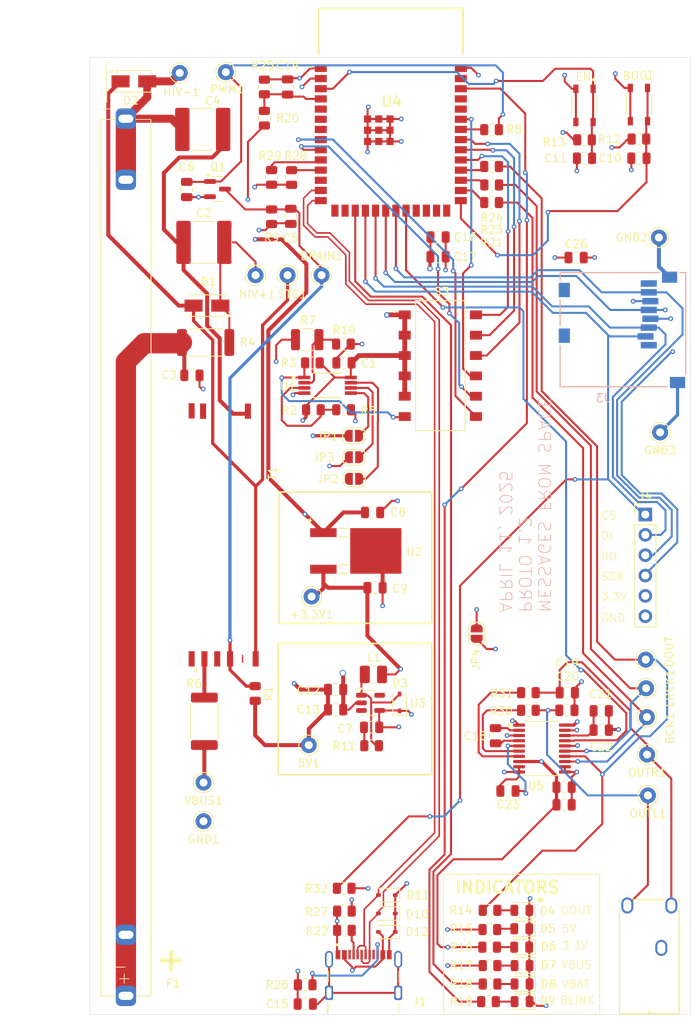
<source format=kicad_pcb>
(kicad_pcb (version 20241229) (generator "pcbnew") (generator_version "9.0")
  (layers (0 "F.Cu" signal) (4 "In1.Cu" signal) (6 "In2.Cu" signal) (2 "B.Cu" signal) (13 "F.Paste" user) (15 "B.Paste" user) (5 "F.SilkS" user "F.Silkscreen") (7 "B.SilkS" user "B.Silkscreen") (1 "F.Mask" user) (3 "B.Mask" user) (25 "Edge.Cuts" user))
  (net 0 "")
  (net 1 "GND")
  (net 2 "+5V")
  (net 3 "Net-(Q1-D)")
  (net 4 "Net-(D3-A)")
  (net 5 "/MCU3/SHELL_GND")
  (net 6 "/Audio3/OUTR")
  (net 7 "Net-(D1-A)")
  (net 8 "/Audio3/OUTL")
  (net 9 "Net-(Q1-G)")
  (net 11 "Net-(D1-K)")
  (net 13 "/Power3/CATHODE")
  (net 14 "/Power3/ANODE")
  (net 15 "Net-(C2-Pad1)")
  (net 16 "/PWM")
  (net 17 "/MOSI")
  (net 18 "/I2S_LRCK")
  (net 19 "/I2S_DOUT")
  (net 20 "/I2S_BCK")
  (net 21 "/MUTE")
  (net 22 "Net-(C3-Pad2)")
  (net 23 "/MISO")
  (net 24 "/CS")
  (net 27 "/EN")
  (net 28 "Net-(U4-IO4{slash}ADC1_CH3)")
  (net 31 "/GPIO40")
  (net 34 "/GPIO38")
  (net 39 "/GPIO39")
  (net 40 "Net-(C7-Pad2)")
  (net 41 "/GPIO42")
  (net 42 "/GPIO16")
  (net 43 "Net-(U5-CAPM)")
  (net 44 "/SCK")
  (net 45 "Net-(U5-CAPP)")
  (net 46 "Net-(U5-LDOO)")
  (net 47 "Net-(U5-VNEG)")
  (net 48 "Net-(D5-A)")
  (net 49 "Net-(J1-CC1)")
  (net 50 "Net-(J1-CC2)")
  (net 51 "Net-(D6-A)")
  (net 52 "Net-(D7-A)")
  (net 53 "Net-(D8-A)")
  (net 54 "Net-(D9-A)")
  (net 59 "Net-(U4-IO35)")
  (net 60 "Net-(JP1-A)")
  (net 61 "Net-(U4-IO36)")
  (net 63 "+3.3V")
  (net 64 "/SDA")
  (net 65 "/SCL")
  (net 66 "/USB_D-")
  (net 67 "/USB_D+")
  (net 68 "/GPIO0")
  (net 69 "VBUS")
  (net 75 "Net-(U4-IO37)")
  (net 76 "AGND")
  (net 77 "Net-(JP2-B)")
  (net 78 "Net-(JP3-A)")
  (net 79 "Net-(U1A-1IN+)")
  (net 80 "Net-(D4-A)")
  (net 81 "/BLINK")
  (net 82 "Net-(R6-Pad1)")
  (net 83 "/BAT_SENSE")
  (net 84 "Net-(U1A-1IN-)")
  (net 85 "/RAD_IN")
  (net 86 "/RAD_IN2")
  (net 88 "Net-(U5-OUTL)")
  (net 89 "Net-(U5-OUTR)")
  (footprint "Resistor_SMD:R_0805_2012Metric" (layer "F.Cu") (at 64.000008 105.45)
    (property "Reference" "R3")
    (property "Value" "10k")
  )
  (footprint "Resistor_SMD:R_0805_2012Metric" (layer "F.Cu") (at 90.9875 148.825 180)
    (property "Reference" "R30")
    (property "Value" "470R")
  )
  (footprint "Connector_Pin:Pin_D1.0mm_L10.0mm" (layer "F.Cu") (at 105.925 159.45)
    (property "Reference" "OUTL1")
    (property "Value" "TestPoint")
  )
  (footprint "Capacitor_SMD:C_0805_2012Metric" (layer "F.Cu") (at 79.7 92.2)
    (property "Reference" "C17")
    (property "Value" "1uF")
  )
  (footprint "Transformer_SMD:Transformer_Coilcraft_FL2810-1L" (layer "F.Cu") (at 48.5125 110.505 -90)
    (property "Reference" "T1")
    (property "Value" "FL2810-1L")
  )
  (footprint "Resistor_SMD:R_0805_2012Metric" (layer "F.Cu") (at 86.3875 85.43 180)
    (property "Reference" "R21")
    (property "Value" "33R")
  )
  (footprint "Resistor_SMD:R_0805_2012Metric" (layer "F.Cu") (at 104.8 77.5 180)
    (property "Reference" "R12")
    (property "Value" "10k")
  )
  (footprint "Diode_SMD:D_SOD-323" (layer "F.Cu") (at 73.3 174.2 180)
    (property "Reference" "D10")
    (property "Value" "PESD5V0S1BA")
  )
  (footprint "Package_TO_SOT_SMD:SOT-23" (layer "F.Cu") (at 52.1375 83.75)
    (property "Reference" "Q1")
    (property "Value" "AO3400A")
  )
  (footprint "Connector_Pin:Pin_D1.0mm_L10.0mm" (layer "F.Cu") (at 50.4 162.675)
    (property "Reference" "GND1")
    (property "Value" "TestPoint")
  )
  (footprint "Resistor_SMD:R_0805_2012Metric" (layer "F.Cu") (at 63.1 183.1 180)
    (property "Reference" "R26")
    (property "Value" "5.1k")
  )
  (footprint "Capacitor_SMD:C_0805_2012Metric" (layer "F.Cu") (at 48.95 107)
    (property "Reference" "C3")
    (property "Value" "1000pF")
  )
  (footprint "AP7363_33D_13:TO252-3L_DIO" (layer "F.Cu") (at 71.925 128.925 -90)
    (property "Reference" "U2")
    (property "Value" "AP7363-33D-13")
  )
  (footprint "Connector_Pin:Pin_D1.0mm_L10.0mm" (layer "F.Cu") (at 63.55 153.175)
    (property "Reference" "5V1")
    (property "Value" "TestPoint")
  )
  (footprint "Resistor_SMD:R_0805_2012Metric" (layer "F.Cu") (at 90.9875 146.625 180)
    (property "Reference" "R31")
    (property "Value" "470R")
  )
  (footprint "Resistor_SMD:R_0805_2012Metric" (layer "F.Cu") (at 98 77.6 180)
    (property "Reference" "R13")
    (property "Value" "10k")
  )
  (footprint "ES1H:DIOM4226X244N" (layer "F.Cu") (at 41.7 70.3)
    (property "Reference" "D2")
    (property "Value" "ES1H")
  )
  (footprint "Capacitor_SMD:C_0805_2012Metric" (layer "F.Cu") (at 71.5231 124.125)
    (property "Reference" "C8")
    (property "Value" "10uF")
  )
  (footprint "LED_SMD:LED_0805_2012Metric" (layer "F.Cu") (at 90.1625 176.1 180)
    (property "Reference" "D5")
    (property "Value" "YELLOW")
  )
  (footprint "Fuse:Fuseholder_Clip-7.62mm_Littelfuse" (layer "F.Cu") (at 44.765 184.9225 90)
    (property "Reference" "F1")
    (property "Value" "Clip")
  )
  (footprint "Resistor_SMD:R_0805_2012Metric" (layer "F.Cu") (at 86.4 83.23 180)
    (property "Reference" "R23")
    (property "Value" "33R")
  )
  (footprint "Capacitor_SMD:C_0805_2012Metric" (layer "F.Cu") (at 95.85 146.625)
    (property "Reference" "C19")
    (property "Value" "2.2nF")
  )
  (footprint "Resistor_SMD:R_0805_2012Metric" (layer "F.Cu") (at 58.9 87.2 90)
    (property "Reference" "R9")
    (property "Value" "100R")
  )
  (footprint "Capacitor_SMD:C_0805_2012Metric" (layer "F.Cu") (at 66.9 146.24)
    (property "Reference" "C12")
    (property "Value" "10uF")
  )
  (footprint "Capacitor_SMD:C_0805_2012Metric" (layer "F.Cu") (at 95.45 160.625)
    (property "Reference" "C25" (hide yes))
    (property "Value" "0.1uF")
  )
  (footprint "Capacitor_SMD:C_2220_5750Metric" (layer "F.Cu") (at 50.45 90.4)
    (property "Reference" "C2")
    (property "Value" "1uF/ 500V")
  )
  (footprint "Resistor_SMD:R_0805_2012Metric" (layer "F.Cu") (at 86.15 178.4 180)
    (property "Reference" "R16")
    (property "Value" "220R")
  )
  (footprint "Connector_Pin:Pin_D1.0mm_L10.0mm" (layer "F.Cu") (at 105.7 146.075)
    (property "Reference" "LRCK1")
    (property "Value" "TestPoint")
  )
  (footprint "Capacitor_SMD:C_0805_2012Metric" (layer "F.Cu") (at 98 79.9)
    (property "Reference" "C11")
    (property "Value" "0.1uF")
  )
  (footprint "Capacitor_SMD:C_0805_2012Metric" (layer "F.Cu") (at 95.45 158.425)
    (property "Reference" "C24" (hide yes))
    (property "Value" "10uF")
  )
  (footprint "Capacitor_SMD:C_2220_5750Metric" (layer "F.Cu") (at 50.3 76.3)
    (property "Reference" "C4")
    (property "Value" "1uF/ 500V")
  )
  (footprint "Resistor_SMD:R_0805_2012Metric" (layer "F.Cu") (at 86.2 173.8 180)
    (property "Reference" "R14")
    (property "Value" "220R")
  )
  (footprint "Connector_Pin:Pin_D1.0mm_L10.0mm" (layer "F.Cu") (at 65.15 94.5)
    (property "Reference" "DRAIN1")
    (property "Value" "TestPoint")
  )
  (footprint "Resistor_SMD:R_2512_6332Metric" (layer "F.Cu") (at 50.5 150.2 -90)
    (property "Reference" "R6")
    (property "Value" "10R")
  )
  (footprint "LM393BIPWR:PW0008A-MFG" (layer "F.Cu") (at 65.900008 108.25)
    (property "Reference" "U1")
    (property "Value" "LM393BIPWR")
  )
  (footprint "Resistor_SMD:R_0805_2012Metric" (layer "F.Cu") (at 58.9 82.2875 -90)
    (property "Reference" "R29")
    (property "Value" "10k")
  )
  (footprint "Resistor_SMD:R_0805_2012Metric" (layer "F.Cu") (at 68 173.9 180)
    (property "Reference" "R27")
    (property "Value" "1M")
  )
  (footprint "Inductor_SMD:L_1008_2520Metric" (layer "F.Cu") (at 71.625 144.35 180)
    (property "Reference" "L1")
    (property "Value" "2.2uH")
  )
  (footprint "STX_3000:STX-3000_KYC" (layer "F.Cu") (at 107.6 178.490435 180)
    (property "Reference" "J2" (hide yes))
    (property "Value" "AUDIO JACK")
  )
  (footprint "Diode_SMD:D_SOD-323" (layer "F.Cu") (at 73.3 176.5 180)
    (property "Reference" "D12")
    (property "Value" "PESD5V0S1BA")
  )
  (footprint "Resistor_SMD:R_0805_2012Metric" (layer "F.Cu") (at 86.2 180.7 180)
    (property "Reference" "R17")
    (property "Value" "220R")
  )
  (footprint "Capacitor_SMD:C_0805_2012Metric" (layer "F.Cu") (at 79.7 89.74)
    (property "Reference" "C16")
    (property "Value" "10uF")
  )
  (footprint "Resistor_SMD:R_0805_2012Metric" (layer "F.Cu") (at 71.4 153.25)
    (property "Reference" "R11")
    (property "Value" "10R")
  )
  (footprint "Resistor_SMD:R_0805_2012Metric" (layer "F.Cu") (at 86.3875 80.93 180)
    (property "Reference" "R24")
    (property "Value" "33R")
  )
  (footprint "Jumper:SolderJumper-2_P1.3mm_Open_RoundedPad1.0x1.5mm" (layer "F.Cu") (at 69.2 119.925)
    (property "Reference" "JP2")
    (property "Value" "SolderJumper_2_Open")
  )
  (footprint "Capacitor_SMD:C_0805_2012Metric" (layer "F.Cu") (at 88.4375 158.9 180)
    (property "Reference" "C23")
    (property "Value" "2.2uF")
  )
  (footprint "Jumper:SolderJumper-2_P1.3mm_Open_RoundedPad1.0x1.5mm" (layer "F.Cu") (at 69.2 117.225 180)
    (property "Reference" "JP3")
    (property "Value" "SolderJumper_2_Open")
  )
  (footprint "Package_SO:TSSOP-20_4.4x6.5mm_P0.65mm" (layer "F.Cu") (at 92.6875 153.6)
    (property "Reference" "U5")
    (property "Value" "PCM5102")
  )
  (footprint "LED_SMD:LED_0805_2012Metric" (layer "F.Cu") (at 90.15 178.4 180)
    (property "Reference" "D6")
    (property "Value" "YELLOW")
  )
  (footprint "Connector_Pin:Pin_D1.0mm_L10.0mm" (layer "F.Cu") (at 50.4 157.85)
    (property "Reference" "VBUS1")
    (property "Value" "TestPoint")
  )
  (footprint "Connector_Pin:Pin_D1.0mm_L10.0mm" (layer "F.Cu") (at 105.825 154.35)
    (property "Reference" "OUTR1")
    (property "Value" "TestPoint")
  )
  (footprint "Resistor_SMD:R_0805_2012Metric" (layer "F.Cu") (at 67.975 171.05 180)
    (property "Reference" "R32")
    (property "Value" "10k")
  )
  (footprint "Resistor_SMD:R_0805_2012Metric" (layer "F.Cu") (at 58 71 -90)
    (property "Reference" "R25")
    (property "Value" "10k")
  )
  (footprint "Diode_SMD:D_SOD-323" (layer "F.Cu") (at 73.3 171.9 180)
    (property "Reference" "D11")
    (property "Value" "PESD5V0S1BA")
  )
  (footprint "Connector_Pin:Pin_D1.0mm_L10.0mm" (layer "F.Cu") (at 47.425 69.25)
    (property "Reference" "HIV-1")
    (property "Value" "TestPoint")
  )
  (footprint "Capacitor_SMD:C_0805_2012Metric" (layer "F.Cu") (at 86.8875 152 -90)
    (property "Reference" "C18")
    (property "Value" "2.2uF")
  )
  (footprint "Connector_Pin:Pin_D1.0mm_L10.0mm" (layer "F.Cu") (at 105.65 142.5)
    (property "Reference" "DOUT1" (hide yes))
    (property "Value" "TestPoint")
  )
  (footprint "Resistor_SMD:R_0805_2012Metric" (layer "F.Cu") (at 68 176.3 180)
    (property "Reference" "R22")
    (property "Value" "5.1k")
  )
  (footprint "ES1H:DIOM4226X244N" (layer "F.Cu") (at 50.825 98.3 180)
    (property "Reference" "D1")
    (property "Value" "ES1H")
  )
  (footprint "Jumper:SolderJumper-2_P1.3mm_Open_RoundedPad1.0x1.5mm" (layer "F.Cu") (at 84.525 139.25 -90)
    (property "Reference" "JP4")
    (property "Value" "SolderJumper_2_Open")
  )
  (footprint "Resistor_SMD:R_0805_2012Metric" (layer "F.Cu") (at 86.3875 76.33 180)
    (property "Reference" "R8")
    (property "Value" "1K")
  )
  (footprint "Resistor_SMD:R_2512_6332Metric" (layer "F.Cu") (at 50.6625 102.9)
    (property "Reference" "R4")
    (property "Value" "560k, 1M")
  )
  (footprint "SKRPABE010:SW_SKRPABE010" (layer "F.Cu") (at 104.8 73.2 -90)
    (property "Reference" "S1" (hide yes))
    (property "Value" "SKRPABE010" (hide yes))
  )
  (footprint "Resistor_SMD:R_0805_2012Metric" (layer "F.Cu") (at 86.175 176.2 180)
    (property "Reference" "R15")
    (property "Value" "220R")
  )
  (footprint "Capacitor_SMD:C_0805_2012Metric" (layer "F.Cu") (at 95.8 148.825)
    (property "Reference" "C20")
    (property "Value" "2.2nF")
  )
  (footprint "Capacitor_SMD:C_0805_2012Metric" (layer "F.Cu") (at 96.95 92.3)
    (property "Reference" "C26")
    (property "Value" "0.1uF")
  )
  (footprint "Capacitor_SMD:C_0805_2012Metric" (layer "F.Cu") (at 67.950008 105.44)
    (property "Reference" "C1")
    (property "Value" "0.1uF")
  )
  (footprint "Resistor_SMD:R_1210_3225Metric" (layer "F.Cu") (at 63.35 102.55 180)
    (property "Reference" "R7")
    (property "Value" "1M")
  )
  (footprint "Capacitor_SMD:C_0805_2012Metric" (layer "F.Cu") (at 100.0875 151.3)
    (property "Reference" "C22")
    (property "Value" "0.1uF")
  )
  (footprint "Resistor_SMD:R_0805_2012Metric" (layer "F.Cu") (at 86.2 183 180)
    (property "Reference" "R18")
    (property "Value" "220R")
  )
  (footprint "SKRPABE010:SW_SKRPABE010" (layer "F.Cu") (at 98 73.3 -90)
    (property "Reference" "S2" (hide yes))
    (property "Value" "SKRPABE010" (hide yes))
  )
  (footprint "Package_TO_SOT_SMD:SOT-23-5" (layer "F.Cu") (at 71.2625 147.9)
    (property "Reference" "U3")
    (property "Value" "TPS613222ADBV")
  )
  (footprint "Resistor_SMD:R_0805_2012Metric" (layer "F.Cu") (at 61.4 82.3 -90)
    (property "Reference" "R28")
    (property "Value" "10k")
  )
  (footprint "Connector_Pin:Pin_D1.0mm_L10.0mm" (layer "F.Cu") (at 107.45 114.125)
    (property "Reference" "GND3")
    (property "Value" "TestPoint")
  )
  (footprint "Connector_Pin:Pin_D1.0mm_L10.0mm" (layer "F.Cu") (at 105.8 149.675)
    (property "Reference" "BCK1")
    (property "Value" "TestPoint")
  )
  (footprint "Capacitor_SMD:C_0805_2012Metric" (layer "F.Cu") (at 66.9 148.75)
    (property "Reference" "C13")
    (property "Value" "10uF")
  )
  (footprint "Connector_Pin:Pin_D1.0mm_L10.0mm" (layer "F.Cu") (at 60.9 94.5)
    (property "Reference" "STG1")
    (property "Value" "TestPoint")
  )
  (footprint "Jumper:SolderJumper-2_P1.3mm_Open_RoundedPad1.0x1.5mm" (layer "F.Cu") (at 69.175 114.55 180)
    (property "Reference" "JP1")
    (property "Value" "SolderJumper_2_Open")
  )
  (footprint "LED_SMD:LED_0805_2012Metric" (layer "F.Cu") (at 90.2 183 180)
    (property "Reference" "D8")
    (property "Value" "YELLOW")
  )
  (footprint "Capacitor_SMD:C_0805_2012Metric" (layer "F.Cu") (at 61.3 87.15 -90)
    (property "Reference" "C5")
    (property "Value" "1000pF")
  )
  (footprint "Capacitor_SMD:C_0805_2012Metric" (layer "F.Cu") (at 48.3 83.8 -90)
    (property "Reference" "C6")
    (property "Value" "100pF")
  )
  (footprint "Capacitor_SMD:C_0805_2012Metric" (layer "F.Cu") (at 71.8231 133.525)
    (property "Reference" "C9")
    (property "Value" "10uF")
  )
  (footprint "Connector_Pin:Pin_D1.0mm_L10.0mm" (layer "F.Cu") (at 63.9 134.625)
    (property "Reference" "+3.3V1")
    (property "Value" "TestPoint")
  )
  (footprint "USB4105-GF-A:GCT_USB4105-GF-A" (layer "F.Cu") (at 70.4 184.1)
    (property "Reference" "J1")
    (property "Value" "USB4105-GF-A")
  )
  (footprint "Connector_Pin:Pin_D1.0mm_L10.0mm" (layer "F.Cu") (at 53.175 69.15)
    (property "Reference" "PWM1")
    (property "Value" "TestPoint")
  )
  (footprint "Connector_Pin:Pin_D1.0mm_L10.0mm" (layer "F.Cu") (at 107.3 89.8)
    (property "Reference" "GND2")
    (property "Value" "TestPoint")
  )
  (footprint "DIP switch:DIP SWITCH SW_DS04-254-2-06BK-SMT" (layer "F.Cu") (at 79.9875 105.8)
    (property "Reference" "S3")
    (property "Value" "DS04-254-2-06BK-SMT")
  )
  (footprint "Capacitor_SMD:C_0805_2012Metric" (layer "F.Cu") (at 100.0875 148.9)
    (property "Reference" "C21")
    (property "Value" "10uF")
  )
  (footprint "Resistor_SMD:R_0805_2012Metric" (layer "F.Cu") (at 64.125 111.3 180)
    (property "Reference" "R2")
    (property "Value" "22k")
  )
  (footprint "Resistor_SMD:R_0805_2012Metric" (layer "F.Cu") (at 58 74.9 -90)
    (property "Reference" "R20")
    (property "Value" "2.7k")
  )
  (footprint "Resistor_SMD:R_0805_2012Metric" (layer "F.Cu") (at 86 185.2 180)
    (property "Reference" "R19")
    (property "Value" "220R")
  )
  (footprint "Capacitor_SMD:C_0805_2012Metric" (layer "F.Cu") (at 60.9 71 90)
    (property "Reference" "C14")
    (property "Value" "0.1uF")
  )
  (footprint "LED_SMD:LED_0805_2012Metric" (layer "F.Cu") (at 90.2 180.7 180)
    (property "Reference" "D7")
    (property "Value" "BLUE")
  )
  (footprint "LED_SMD:LED_0805_2012Metric" (layer "F.Cu") (at 90.2 185.2 180)
    (property "Reference" "D9")
    (property "Value" "YELLOW")
  )
  (footprint "Connector_PinHeader_2.54mm:PinHeader_1x06_P2.54mm_Vertical" (layer "F.Cu") (at 105.6 124.38)
    (property "Reference" "J4")
    (property "Value" "1x6 header")
  )
  (footprint "Resistor_SMD:R_0805_2012Metric" (layer "F.Cu") (at 67.9 111.3 180)
    (property "Reference" "R5")
    (property "Value" "10k")
  )
  (footprint "LED_SMD:LED_0805_2012Metric" (layer "F.Cu") (at 90.175 173.8 180)
    (property "Reference" "D4")
    (property "Value" "YELLOW")
  )
  (footprint "KiCad:ESP32S3WROOM1N8R2" (layer "F.Cu") (at 73.8 73.94)
    (property "Reference" "U4")
    (property "Value" "ESP32-S3-WROOM-1-N8" (hide yes))
  )
  (footprint "Connector_Pin:Pin_D1.0mm_L10.0mm" (layer "F.Cu") (at 56.9 94.5)
    (property "Reference" "HIV+1")
    (property "Value" "TestPoint")
  )
  (footprint "Resistor_SMD:R_0805_2012Metric" (layer "F.Cu") (at 67.875 103.1 180)
    (property "Reference" "R10")
    (property "Value" "10k")
  )
  (footprint "Resistor_SMD:R_0805_2012Metric" (layer "F.Cu") (at 56.85 146.725 -90)
    (property "Reference" "R1")
    (property "Value" "220R")
  )
  (footprint "Capacitor_SMD:C_0805_2012Metric" (layer "F.Cu") (at 104.8 79.9)
    (property "Reference" "C10")
    (property "Value" "0.1uF")
  )
  (footprint "Capacitor_SMD:C_0805_2012Metric" (layer "F.Cu") (at 71.4 150.95 180)
    (property "Reference" "C7")
    (property "Value" "120pF")
  )
  (footprint "Capacitor_SMD:C_0805_2012Metric" (layer "F.Cu") (at 63.1125 185.5)
    (property "Reference" "C15")
    (property "Value" "0.01uF")
  )
  (footprint "Diode_SMD:D_SOD-323" (layer "F.Cu") (at 74.9 147.85 90)
    (property "Reference" "D3")
    (property "Value" "D_Schottky")
  )
  (footprint "MEM2061 SD CARD CONNECTOR:MEM2061-01-188-00-A_GCT" (layer "B.Cu") (at 102.8 101.3 -90)
    (property "Reference" "J3")
    (property "Value" "MEM2061-01-188-00-A")
  )
  (gr_poly (pts (xy 78.925 140.475) (xy 78.925 156.875) (xy 59.725 156.875) (xy 59.725 140.475)) (stroke (width 0.2)) (fill no) (layer "F.SilkS"))
  (gr_line (start 99.9 186.8) (end 99.9 169.3) (stroke (width 0.1)) (layer "F.SilkS"))
  (gr_line (start 80.4 169.3) (end 80.4 186.8) (stroke (width 0.1)) (layer "F.SilkS"))
  (gr_poly (pts (xy 78.925 121.575) (xy 78.925 137.975) (xy 59.825 137.975) (xy 59.825 121.575)) (stroke (width 0.2)) (fill no) (layer "F.SilkS"))
  (gr_line (start 80.4 186.8) (end 99.9 186.8) (stroke (width 0.1)) (layer "F.SilkS"))
  (gr_line (start 38.3 67.7) (end 38.3 72.9) (stroke (width 0.1)) (layer "F.SilkS"))
  (gr_line (start 53.9 88.7) (end 53.9 92.7) (stroke (width 0.1)) (layer "F.SilkS"))
  (gr_circle (center 92.5 172.5) (end 92.816228 172.5) (stroke (width 0.1)) (fill yes) (layer "F.SilkS"))
  (gr_line (start 99.9 169.3) (end 80.4 169.3) (stroke (width 0.1)) (layer "F.SilkS"))
  (gr_rect (start 36.2 67.3) (end 111.25 186.825) (stroke (width 0.05)) (fill no) (layer "Edge.Cuts"))
  (gr_text "-" (at 37.3 74.5 0) (layer "F.SilkS") (effects (font (size 1.5 1.5) (thickness 0.1)) (justify left bottom)))
  (gr_text "+" (at 48.55 181.6 0) (layer "F.SilkS") (effects (font (size 3 3) (thickness 0.5) (bold yes)) (justify left bottom mirror)))
  (gr_text "DOUT" (at 95 174.4 0) (layer "F.SilkS") (effects (font (size 1 1) (thickness 0.1)) (justify left bottom)))
  (gr_text "VBAT" (at 95.1 183.6 0) (layer "F.SilkS") (effects (font (size 1 1) (thickness 0.1)) (justify left bottom)))
  (gr_text "VBUS" (at 95 181.2 0) (layer "F.SilkS") (effects (font (size 1 1) (thickness 0.1)) (justify left bottom)))
  (gr_text "INDICATORS" (at 81.7 171.8 0) (layer "F.SilkS") (effects (font (size 1.5 1.5) (thickness 0.3) (bold yes)) (justify left bottom)))
  (gr_text "3.3V" (at 100 135.2 0) (layer "F.SilkS") (effects (font (size 1 1) (thickness 0.1)) (justify left bottom)))
  (gr_text "+" (at 39.5 183.1 0) (layer "F.SilkS") (effects (font (size 1.5 1.5) (thickness 0.1)) (justify left bottom)))
  (gr_text "EN" (at 96.8 70.3 0) (layer "F.SilkS") (effects (font (size 1 1) (thickness 0.125)) (justify left bottom)))
  (gr_text "5V" (at 95.1 176.7 0) (layer "F.SilkS") (effects (font (size 1 1) (thickness 0.1)) (justify left bottom)))
  (gr_text "GND" (at 100 137.9 0) (layer "F.SilkS") (effects (font (size 1 1) (thickness 0.1)) (justify left bottom)))
  (gr_text "CS" (at 100 125.1 0) (layer "F.SilkS") (effects (font (size 1 1) (thickness 0.1)) (justify left bottom)))
  (gr_text "DI" (at 100 127.6 0) (layer "F.SilkS") (effects (font (size 1 1) (thickness 0.1)) (justify left bottom)))
  (gr_text "BOOT" (at 102.7 70.2 0) (layer "F.SilkS") (effects (font (size 1 1) (thickness 0.125)) (justify left bottom)))
  (gr_text "SCK" (at 100 132.7 0) (layer "F.SilkS") (effects (font (size 1 1) (thickness 0.1)) (justify left bottom)))
  (gr_text "BLINK" (at 94.9 185.6 0) (layer "F.SilkS") (effects (font (size 1 1) (thickness 0.1)) (justify left bottom)))
  (gr_text "DOUT" (at 108.575 141.525 90) (layer "F.SilkS") (effects (font (size 1 1))))
  (gr_text "DO" (at 100 130.2 0) (layer "F.SilkS") (effects (font (size 1 1) (thickness 0.1)) (justify left bottom)))
  (gr_text "3.3V" (at 95.1 178.8 0) (layer "F.SilkS") (effects (font (size 1 1) (thickness 0.1)) (justify left bottom)))
  (gr_text "MESSAGES FROM SPACE\nPROTO 1.2\nAPRIL 11, 2025" (at 87.25 136.7 270) (layer "B.SilkS") (effects (font (size 1.5 1.5) (thickness 0.1)) (justify left bottom mirror)))
  (segment (start 101.85 69.325) (end 101.85 69.25) (width 0.254) (layer "F.Cu") (net 1))
  (segment (start 97.05 79.9) (end 97.05 81.475) (width 0.254) (layer "F.Cu") (net 1))
  (segment (start 62.5 69.9) (end 62.4 69.9) (width 0.254) (layer "F.Cu") (net 1))
  (segment (start 72.7731 135.7769) (end 72.725 135.825) (width 0.254) (layer "F.Cu") (net 1))
  (segment (start 91.1125 173.8) (end 91.1125 185.175) (width 0.254) (layer "F.Cu") (net 1))
  (segment (start 62.1875 181.3875) (end 62.2 181.375) (width 0.254) (layer "F.Cu") (net 1))
  (segment (start 72.3 76.4) (end 70.9 76.4) (width 0.254) (layer "F.Cu") (net 1))
  (segment (start 67.0875 173.9) (end 67.0875 175.15) (width 0.254) (layer "F.Cu") (net 1))
  (segment (start 61.05 69.9) (end 60.9 70.05) (width 0.254) (layer "F.Cu") (net 1))
  (segment (start 99.2625 92.2875) (end 99.3 92.25) (width 0.254) (layer "F.Cu") (net 1))
  (segment (start 69.425 147.9) (end 68.575 148.75) (width 0.254) (layer "F.Cu") (net 1))
  (segment (start 70.9 75) (end 70.9 76.4) (width 0.254) (layer "F.Cu") (net 1))
  (segment (start 74.35 174.2) (end 74.35 171.9) (width 0.254) (layer "F.Cu") (net 1))
  (segment (start 72.7731 129.7731) (end 71.925 128.925) (width 0.254) (layer "F.Cu") (net 1))
  (segment (start 58.1375 88.875) (end 57.325 88.875) (width 0.254) (layer "F.Cu") (net 1))
  (segment (start 70.9 73.6) (end 71 73.5) (width 0.254) (layer "F.Cu") (net 1))
  (segment (start 82.63 68.6) (end 82.55 68.68) (width 0.254) (layer "F.Cu") (net 1))
  (segment (start 67.000008 104.887492) (end 68.7875 103.1) (width 0.254) (layer "F.Cu") (net 1))
  (segment (start 61.2125 88.0125) (end 61.3 88.1) (width 0.254) (layer "F.Cu") (net 1))
  (segment (start 74.35 171.9) (end 75.8 170.45) (width 0.254) (layer "F.Cu") (net 1))
  (segment (start 70.9 77.8) (end 72.3 77.8) (width 0.254) (layer "F.Cu") (net 1))
  (segment (start 95.525 70.325) (end 95.525 69.525) (width 0.254) (layer "F.Cu") (net 1))
  (segment (start 58.9 88.1125) (end 58.1375 88.875) (width 0.254) (layer "F.Cu") (net 1))
  (segment (start 51.15 84.75) (end 51.2 84.7) (width 0.254) (layer "F.Cu") (net 1))
  (segment (start 84.75 69.525) (end 83.825 68.6) (width 0.254) (layer "F.Cu") (net 1))
  (segment (start 62.4 69.9) (end 61.05 69.9) (width 0.254) (layer "F.Cu") (net 1))
  (segment (start 67.45 118.325) (end 66.15 118.325) (width 0.254) (layer "F.Cu") (net 1))
  (segment (start 68.7875 103.1) (end 70.2 103.1) (width 0.254) (layer "F.Cu") (net 1))
  (segment (start 72.4731 124.125) (end 73.9231 122.675) (width 0.254) (layer "F.Cu") (net 1))
  (segment (start 96.925 71.225) (end 96.425 71.225) (width 0.254) (layer "F.Cu") (net 1))
  (segment (start 91.1125 173.8) (end 91.1125 172.4125) (width 0.254) (layer "F.Cu") (net 1))
  (segment (start 60.9 70.05) (end 58.0375 70.05) (width 0.254) (layer "F.Cu") (net 1))
  (segment (start 72.3 75) (end 73.7 75) (width 0.254) (layer "F.Cu") (net 1))
  (segment (start 95.525 69.525) (end 95.525 69.475) (width 0.254) (layer "F.Cu") (net 1))
  (segment (start 67.0875 179.2325) (end 67.2 179.345) (width 0.254) (layer "F.Cu") (net 1))
  (segment (start 68.8125 111.3) (end 69.375 111.8625) (width 0.254) (layer "F.Cu") (net 1))
  (segment (start 97.05 81.55) (end 97.025 81.575) (width 0.254) (layer "F.Cu") (net 1))
  (segment (start 73.6 179.345) (end 73.6 177.25) (width 0.254) (layer "F.Cu") (net 1))
  (segment (start 67.0875 175.15) (end 67.0875 176.3) (width 0.254) (layer "F.Cu") (net 1))
  (segment (start 80.65 92.2) (end 80.65 93.85) (width 0.254) (layer "F.Cu") (net 1))
  (segment (start 67.0875 176.3) (end 67.0875 179.2325) (width 0.254) (layer "F.Cu") (net 1))
  (segment (start 72.7731 133.525) (end 72.7731 135.7769) (width 0.254) (layer "F.Cu") (net 1))
  (segment (start 67.000008 105.44) (end 67.000008 104.887492) (width 0.254) (layer "F.Cu") (net 1))
  (segment (start 74.35 176.5) (end 74.35 174.2) (width 0.254) (layer "F.Cu") (net 1))
  (segment (start 103.85 79.9) (end 103.85 81.35) (width 0.254) (layer "F.Cu") (net 1))
  (segment (start 73.7 75) (end 73.7 76.4) (width 0.254) (layer "F.Cu") (net 1))
  (segment (start 70.9 77.8) (end 70.9 79.1) (width 0.254) (layer "F.Cu") (net 1))
  (segment (start 62.1625 183.125) (end 62.1875 183.1) (width 0.254) (layer "F.Cu") (net 1))
  (segment (start 73.7 76.4) (end 72.3 76.4) (width 0.254) (layer "F.Cu") (net 1))
  (segment (start 91.5 185.2) (end 91.1375 185.2) (width 0.254) (layer "F.Cu") (net 1))
  (segment (start 70.125 147.9) (end 69.425 147.9) (width 0.254) (layer "F.Cu") (net 1))
  (segment (start 93.175 185.725) (end 92.025 185.725) (width 0.254) (layer "F.Cu") (net 1))
  (segment (start 68.55 117.225) (end 67.45 118.325) (width 0.254) (layer "F.Cu") (net 1))
  (segment (start 70.2 103.1) (end 70.225 103.1) (width 0.254) (layer "F.Cu") (net 1))
  (segment (start 91.1125 185.175) (end 91.1375 185.2) (width 0.254) (layer "F.Cu") (net 1))
  (segment (start 97.9 92.3) (end 99.25 92.3) (width 0.254) (layer "F.Cu") (net 1))
  (segment (start 61.575 109.45) (end 61.800001 109.224999) (width 0.254) (layer "F.Cu") (net 1))
  (segment (start 91.1125 172.4125) (end 91.2 172.325) (width 0.254) (layer "F.Cu") (net 1))
  (segment (start 49.775 84.75) (end 51.15 84.75) (width 0.254) (layer "F.Cu") (net 1))
  (segment (start 48.3 84.75) (end 49.775 84.75) (width 0.254) (layer "F.Cu") (net 1))
  (segment (start 80.65 89.74) (end 80.65 92.2) (width 0.254) (layer "F.Cu") (net 1))
  (segment (start 67.85 144.225) (end 67.8 144.175) (width 0.5) (layer "F.Cu") (net 1))
  (segment (start 83.825 68.6) (end 82.63 68.6) (width 0.254) (layer "F.Cu") (net 1))
  (segment (start 67.85 146.24) (end 67.85 144.225) (width 0.5) (layer "F.Cu") (net 1))
  (segment (start 73.7 77.8) (end 73.7 76.4) (width 0.254) (layer "F.Cu") (net 1))
  (segment (start 70.9 75) (end 70.9 73.6) (width 0.254) (layer "F.Cu") (net 1))
  (segment (start 73.9231 122.675) (end 74.65 122.675) (width 0.254) (layer "F.Cu") (net 1))
  (segment (start 67.85 148.75) (end 67.85 146.24) (width 0.5) (layer "F.Cu") (net 1))
  (segment (start 58.9 88.0125) (end 61.2125 88.0125) (width 0.254) (layer "F.Cu") (net 1))
  (segment (start 69.375 111.8625) (end 69.375 112.7) (width 0.254) (layer "F.Cu") (net 1))
  (segment (start 97.05 81.475) (end 97.05 81.55) (width 0.254) (layer "F.Cu") (net 1))
  (segment (start 65.05 68.68) (end 63.72 68.68) (width 0.254) (layer "F.Cu") (net 1))
  (segment (start 70.9 75) (end 72.3 75) (width 0.254) (layer "F.Cu") (net 1))
  (segment (start 73.6 177.25) (end 74.35 176.5) (width 0.254) (layer "F.Cu") (net 1))
  (segment (start 103.725 71.125) (end 103 71.125) (width 0.254) (layer "F.Cu") (net 1))
  (segment (start 84.525 136.25) (end 84.525 136.225) (width 0.254) (layer "F.Cu") (net 1))
  (segment (start 61.800001 109.224999) (end 63.000024 109.224999) (width 0.254) (layer "F.Cu") (net 1))
  (segment (start 96.425 71.225) (end 95.525 70.325) (width 0.254) (layer "F.Cu") (net 1))
  (segment (start 72.3 77.8) (end 73.7 77.8) (width 0.254) (layer "F.Cu") (net 1))
  (segment (start 101.85 69.975) (end 101.85 69.325) (width 0.254) (layer "F.Cu") (net 1))
  (segment (start 62.1875 183.1) (end 62.1875 181.3875) (width 0.254) (layer "F.Cu") (net 1))
  (segment (start 63.72 68.68) (end 62.5 69.9) (width 0.254) (layer "F.Cu") (net 1))
  (segment (start 103.725 71.125) (end 103.725 75.275) (width 0.254) (layer "F.Cu") (net 1))
  (segment (start 68.575 148.75) (end 67.85 148.75) (width 0.254) (layer "F.Cu") (net 1))
  (segment (start 84.525 138.6) (end 84.525 136.25) (width 0.254) (layer "F.Cu") (net 1))
  (segment (start 62.1625 185.5) (end 62.1625 183.125) (width 0.254) (layer "F.Cu") (net 1))
  (segment (start 70.9 76.4) (end 70.9 77.8) (width 0.254) (layer "F.Cu") (net 1))
  (segment (start 96.925 71.225) (end 96.925 75.375) (width 0.254) (layer "F.Cu") (net 1))
  (segment (start 73.7 77.8) (end 75.1 77.8) (width 0.254) (layer "F.Cu") (net 1))
  (segment (start 99.25 92.3) (end 99.2625 92.2875) (width 0.254) (layer "F.Cu") (net 1))
  (segment (start 93.2 185.7) (end 93.175 185.725) (width 0.254) (layer "F.Cu") (net 1))
  (segment (start 92.025 185.725) (end 91.5 185.2) (width 0.254) (layer "F.Cu") (net 1))
  (segment (start 73.7 75) (end 75.1 75) (width 0.254) (layer "F.Cu") (net 1))
  (segment (start 72.7731 133.525) (end 72.7731 129.7731) (width 0.5) (layer "F.Cu") (net 1))
  (segment (start 58.0375 70.05) (end 58 70.0875) (width 0.254) (layer "F.Cu") (net 1))
  (segment (start 103 71.125) (end 101.85 69.975) (width 0.254) (layer "F.Cu") (net 1))
  (via (at 62.1875 181.3875) (size 0.6) (drill 0.3) (layers "F.Cu" "B.Cu") (net 1))
  (via (at 67.8 144.175) (size 0.8) (drill 0.6) (layers "F.Cu" "B.Cu") (net 1))
  (via (at 74.65 122.675) (size 0.6) (drill 0.3) (layers "F.Cu" "B.Cu") (net 1))
  (via (at 93.2 185.7) (size 0.6) (drill 0.3) (layers "F.Cu" "B.Cu") (net 1))
  (via (at 91.2 172.325) (size 0.6) (drill 0.3) (layers "F.Cu" "B.Cu") (net 1))
  (via (at 101.85 69.325) (size 0.6) (drill 0.3) (layers "F.Cu" "B.Cu") (net 1))
  (via (at 84.525 136.25) (size 0.6) (drill 0.3) (layers "F.Cu" "B.Cu") (net 1))
  (via (at 75.1 77.8) (size 0.6) (drill 0.3) (layers "F.Cu" "B.Cu") (net 1))
  (via (at 61.575 109.45) (size 0.6) (drill 0.3) (layers "F.Cu" "B.Cu") (net 1))
  (via (at 49.775 84.75) (size 0.6) (drill 0.3) (layers "F.Cu" "B.Cu") (net 1))
  (via (at 72.7731 135.7769) (size 0.6) (drill 0.3) (layers "F.Cu" "B.Cu") (net 1))
  (via (at 70.9 79.1) (size 0.6) (drill 0.3) (layers "F.Cu" "B.Cu") (net 1))
  (via (at 75.1 75) (size 0.6) (drill 0.3) (layers "F.Cu" "B.Cu") (net 1))
  (via (at 103.85 81.35) (size 0.6) (drill 0.3) (layers "F.Cu" "B.Cu") (net 1))
  (via (at 75.8 170.45) (size 0.6) (drill 0.3) (layers "F.Cu" "B.Cu") (net 1))
  (via (at 84.75 69.525) (size 0.6) (drill 0.3) (layers "F.Cu" "B.Cu") (net 1))
  (via (at 69.375 112.7) (size 0.6) (drill 0.3) (layers "F.Cu" "B.Cu") (net 1))
  (via (at 62.4 69.9) (size 0.6) (drill 0.3) (layers "F.Cu" "B.Cu") (net 1))
  (via (at 97.05 81.475) (size 0.6) (drill 0.3) (layers "F.Cu" "B.Cu") (net 1))
  (via (at 57.325 88.875) (size 0.6) (drill 0.3) (layers "F.Cu" "B.Cu") (net 1))
  (via (at 67.0875 175.15) (size 0.6) (drill 0.3) (layers "F.Cu" "B.Cu") (net 1))
  (via (at 71 73.5) (size 0.6) (drill 0.3) (layers "F.Cu" "B.Cu") (net 1))
  (via (at 80.65 93.85) (size 0.6) (drill 0.3) (layers "F.Cu" "B.Cu") (net 1))
  (via (at 104.075 97.75) (size 0.6) (drill 0.3) (layers "F.Cu" "B.Cu") (net 1))
  (via (at 99.2625 92.2875) (size 0.6) (drill 0.3) (layers "F.Cu" "B.Cu") (net 1))
  (via (at 70.2 103.1) (size 0.6) (drill 0.3) (layers "F.Cu" "B.Cu") (net 1))
  (via (at 95.525 69.525) (size 0.6) (drill 0.3) (layers "F.Cu" "B.Cu") (net 1))
  (via (at 66.15 118.325) (size 0.6) (drill 0.3) (layers "F.Cu" "B.Cu") (net 1))
  (segment (start 109.628401 111.946599) (end 109.628401 107.900002) (width 0.4) (layer "B.Cu") (net 1))
  (segment (start 104.085 97.74) (end 104.075 97.75) (width 0.254) (layer "B.Cu") (net 1))
  (segment (start 107.45 114.125) (end 109.628401 111.946599) (width 0.4) (layer "B.Cu") (net 1))
  (segment (start 108.628401 94.75) (end 107.3 93.421599) (width 0.5) (layer "B.Cu") (net 1))
  (segment (start 106.228401 97.74) (end 104.085 97.74) (width 0.254) (layer "B.Cu") (net 1))
  (segment (start 107.3 93.421599) (end 107.3 89.978401) (width 0.5) (layer "B.Cu") (net 1))
  (segment (start 65.95 146.24) (end 62.49 146.24) (width 0.5) (layer "F.Cu") (net 2))
  (segment (start 56.85 151.95) (end 58.075 153.175) (width 0.5) (layer "F.Cu") (net 2))
  (segment (start 62.49 146.24) (end 61.725 145.475) (width 0.5) (layer "F.Cu") (net 2))
  (segment (start 56.85 147.6375) (end 56.85 151.95) (width 0.5) (layer "F.Cu") (net 2))
  (segment (start 74.9 148.9) (end 75.975 148.9) (width 0.254) (layer "F.Cu") (net 2))
  (segment (start 76.3625 149.3375) (end 76.325 149.3) (width 0.254) (layer "F.Cu") (net 2))
  (segment (start 72.4 148.85) (end 74.85 148.85) (width 0.254) (layer "F.Cu") (net 2))
  (segment (start 72.35 150.95) (end 72.35 148.9) (width 0.254) (layer "F.Cu") (net 2))
  (segment (start 72.35 150.95) (end 74.75 150.95) (width 0.254) (layer "F.Cu") (net 2))
  (segment (start 65.95 146.24) (end 65.95 148.75) (width 0.5) (layer "F.Cu") (net 2))
  (segment (start 74.75 150.95) (end 74.8 150.9) (width 0.254) (layer "F.Cu") (net 2))
  (segment (start 65.95 148.75) (end 63.55 151.15) (width 0.5) (layer "F.Cu") (net 2))
  (segment (start 74.85 148.85) (end 74.9 148.9) (width 0.254) (layer "F.Cu") (net 2))
  (segment (start 75.975 148.9) (end 76.5 149.425) (width 0.254) (layer "F.Cu") (net 2))
  (segment (start 58.075 153.175) (end 63.55 153.175) (width 0.5) (layer "F.Cu") (net 2))
  (segment (start 72.35 148.9) (end 72.4 148.85) (width 0.254) (layer "F.Cu") (net 2))
  (segment (start 63.55 151.15) (end 63.55 153.175) (width 0.5) (layer "F.Cu") (net 2))
  (segment (start 85.2625 176.2) (end 80.875 176.2) (width 0.254) (layer "F.Cu") (net 2))
  (segment (start 76.45 149.425) (end 76.3625 149.3375) (width 0.254) (layer "F.Cu") (net 2))
  (via (at 80.875 176.2) (size 0.6) (drill 0.3) (layers "F.Cu" "B.Cu") (net 2))
  (via (at 74.8 150.9) (size 0.6) (drill 0.3) (layers "F.Cu" "B.Cu") (net 2))
  (via (at 61.725 145.475) (size 0.6) (drill 0.3) (layers "F.Cu" "B.Cu") (net 2))
  (via (at 76.3625 149.3375) (size 0.6) (drill 0.3) (layers "F.Cu" "B.Cu") (net 2))
  (segment (start 53.7125 140.0875) (end 53.7125 142.405) (width 0.4) (layer "F.Cu") (net 3))
  (segment (start 55.6125 86.2875) (end 53.075 83.75) (width 0.254) (layer "F.Cu") (net 3))
  (segment (start 62.375 90.825) (end 65.15 93.6) (width 0.254) (layer "F.Cu") (net 3))
  (segment (start 58.9 86.2875) (end 55.6125 86.2875) (width 0.254) (layer "F.Cu") (net 3))
  (segment (start 55.7375 145.8125) (end 56.85 145.8125) (width 0.4) (layer "F.Cu") (net 3))
  (segment (start 61.3 86.2) (end 61.8 86.2) (width 0.254) (layer "F.Cu") (net 3))
  (segment (start 65.15 93.6) (end 65.15 94.5) (width 0.254) (layer "F.Cu") (net 3))
  (segment (start 53.7125 143.7875) (end 55.7375 145.8125) (width 0.4) (layer "F.Cu") (net 3))
  (segment (start 53.7 140.075) (end 53.7125 140.0875) (width 0.4) (layer "F.Cu") (net 3))
  (segment (start 62.375 86.775) (end 62.375 90.825) (width 0.254) (layer "F.Cu") (net 3))
  (segment (start 61.8 86.2) (end 62.375 86.775) (width 0.254) (layer "F.Cu") (net 3))
  (segment (start 58.9 86.2875) (end 61.2125 86.2875) (width 0.254) (layer "F.Cu") (net 3))
  (segment (start 53.7125 142.405) (end 53.7125 143.7875) (width 0.4) (layer "F.Cu") (net 3))
  (via (at 53.7 140.075) (size 0.6) (drill 0.3) (layers "F.Cu" "B.Cu") (net 3))
  (segment (start 53.7 140.075) (end 53.7 107.35) (width 0.4) (layer "B.Cu") (net 3))
  (segment (start 65.15 95.9) (end 65.15 94.5) (width 0.4) (layer "B.Cu") (net 3))
  (segment (start 53.7 107.35) (end 65.15 95.9) (width 0.4) (layer "B.Cu") (net 3))
  (segment (start 73.85 147.85) (end 74.9 146.8) (width 0.254) (layer "F.Cu") (net 4))
  (segment (start 71.35 147.85) (end 71.35 147.4) (width 0.254) (layer "F.Cu") (net 4))
  (segment (start 70.125 144.775) (end 70.55 144.35) (width 0.254) (layer "F.Cu") (net 4))
  (segment (start 71.35 147.85) (end 73.85 147.85) (width 0.254) (layer "F.Cu") (net 4))
  (segment (start 70.125 146.95) (end 70.125 144.775) (width 0.254) (layer "F.Cu") (net 4))
  (segment (start 70.9 146.95) (end 70.125 146.95) (width 0.254) (layer "F.Cu") (net 4))
  (segment (start 71.35 152.625) (end 71.35 147.85) (width 0.254) (layer "F.Cu") (net 4))
  (segment (start 71.975 153.25) (end 71.35 152.625) (width 0.254) (layer "F.Cu") (net 4))
  (segment (start 71.35 147.4) (end 70.9 146.95) (width 0.254) (layer "F.Cu") (net 4))
  (segment (start 72.3125 153.25) (end 71.975 153.25) (width 0.254) (layer "F.Cu") (net 4))
  (segment (start 66.08 184.1) (end 74.72 184.1) (width 0.254) (layer "F.Cu") (net 5))
  (segment (start 68.9125 173.9) (end 68.9125 172.4625) (width 0.254) (layer "F.Cu") (net 5))
  (segment (start 64.0625 185.5) (end 64.68 185.5) (width 0.254) (layer "F.Cu") (net 5))
  (segment (start 64.68 185.5) (end 66.08 184.1) (width 0.254) (layer "F.Cu") (net 5))
  (segment (start 74.72 184.1) (end 74.72 179.92) (width 0.254) (layer "F.Cu") (net 5))
  (segment (start 66.08 179.92) (end 66.08 184.1) (width 0.254) (layer "F.Cu") (net 5))
  (via (at 68.9125 172.4625) (size 0.6) (drill 0.3) (layers "F.Cu" "B.Cu") (net 5))
  (segment (start 105.825 153.125) (end 103.725 151.025) (width 0.254) (layer "F.Cu") (net 6))
  (segment (start 105.825 154.35) (end 105.825 153.125) (width 0.254) (layer "F.Cu") (net 6))
  (segment (start 97.675 142.825) (end 95.875 142.825) (width 0.254) (layer "F.Cu") (net 6))
  (segment (start 95.875 142.825) (end 94.9 143.8) (width 0.254) (layer "F.Cu") (net 6))
  (segment (start 108.849817 157.374817) (end 108.849817 173.190433) (width 0.254) (layer "F.Cu") (net 6))
  (segment (start 94.9 143.8) (end 94.9 146.625) (width 0.254) (layer "F.Cu") (net 6))
  (segment (start 105.825 154.35) (end 108.849817 157.374817) (width 0.254) (layer "F.Cu") (net 6))
  (segment (start 91.9 146.625) (end 94.9 146.625) (width 0.254) (layer "F.Cu") (net 6))
  (segment (start 103.725 148.875) (end 97.675 142.825) (width 0.254) (layer "F.Cu") (net 6))
  (segment (start 103.725 151.025) (end 103.725 148.875) (width 0.254) (layer "F.Cu") (net 6))
  (segment (start 57.775 120) (end 56.9125 120.8625) (width 0.4) (layer "F.Cu") (net 7))
  (segment (start 38.5 71.83) (end 40.03 70.3) (width 0.5) (layer "F.Cu") (net 7))
  (segment (start 51.55 102.6) (end 49.155 100.205) (width 0.4) (layer "F.Cu") (net 7))
  (segment (start 54.4625 118.4125) (end 51.55 115.5) (width 0.4) (layer "F.Cu") (net 7))
  (segment (start 49.155 100.205) (end 49.155 98.3) (width 0.4) (layer "F.Cu") (net 7))
  (segment (start 51.55 115.5) (end 51.55 102.6) (width 0.4) (layer "F.Cu") (net 7))
  (segment (start 47.3 98.3) (end 38.5 89.5) (width 0.5) (layer "F.Cu") (net 7))
  (segment (start 49.155 98.3) (end 47.3 98.3) (width 0.5) (layer "F.Cu") (net 7))
  (segment (start 60.9 94.5) (end 60.9 97.625) (width 0.4) (layer "F.Cu") (net 7))
  (segment (start 56.9125 142.405) (end 56.9125 120.8625) (width 0.4) (layer "F.Cu") (net 7))
  (segment (start 56.9125 120.8625) (end 54.4625 118.4125) (width 0.4) (layer "F.Cu") (net 7))
  (segment (start 38.5 89.5) (end 38.5 71.83) (width 0.5) (layer "F.Cu") (net 7))
  (segment (start 57.775 100.75) (end 57.775 120) (width 0.4) (layer "F.Cu") (net 7))
  (segment (start 60.9 97.625) (end 57.775 100.75) (width 0.4) (layer "F.Cu") (net 7))
  (segment (start 93.425 148.825) (end 94.85 148.825) (width 0.254) (layer "F.Cu") (net 8))
  (segment (start 105.925 159.45) (end 105.925 170.615251) (width 0.254) (layer "F.Cu") (net 8))
  (segment (start 91.9 148.825) (end 93.425 148.825) (width 0.254) (layer "F.Cu") (net 8))
  (segment (start 105.925 170.615251) (end 103.349818 173.190433) (width 0.254) (layer "F.Cu") (net 8))
  (via (at 93.425 148.825) (size 0.6) (drill 0.3) (layers "F.Cu" "B.Cu") (net 8))
  (segment (start 98.4 159.45) (end 93.325 154.375) (width 0.254) (layer "B.Cu") (net 8))
  (segment (start 93.325 154.375) (end 93.325 148.925) (width 0.254) (layer "B.Cu") (net 8))
  (segment (start 93.325 148.925) (end 93.425 148.825) (width 0.254) (layer "B.Cu") (net 8))
  (segment (start 105.925 159.45) (end 98.4 159.45) (width 0.254) (layer "B.Cu") (net 8))
  (segment (start 51.15 82.85) (end 51.2 82.8) (width 0.254) (layer "F.Cu") (net 9))
  (segment (start 55.1 80.275) (end 55.1 71.075) (width 0.254) (layer "F.Cu") (net 9))
  (segment (start 52.575 82.8) (end 55.1 80.275) (width 0.254) (layer "F.Cu") (net 9))
  (segment (start 87.3 76.33) (end 87.3 74.925) (width 0.254) (layer "F.Cu") (net 9))
  (segment (start 51.2 82.8) (end 52.575 82.8) (width 0.254) (layer "F.Cu") (net 9))
  (segment (start 87.3 74.925) (end 87.8 74.425) (width 0.254) (layer "F.Cu") (net 9))
  (segment (start 48.3 82.85) (end 51.15 82.85) (width 0.254) (layer "F.Cu") (net 9))
  (segment (start 55.1 71.075) (end 53.175 69.15) (width 0.254) (layer "F.Cu") (net 9))
  (via (at 87.8 74.425) (size 0.6) (drill 0.3) (layers "F.Cu" "B.Cu") (net 9))
  (segment (start 54.025 68.3) (end 53.175 69.15) (width 0.254) (layer "B.Cu") (net 9))
  (segment (start 87.8 74.425) (end 87.8 69.2) (width 0.254) (layer "B.Cu") (net 9))
  (segment (start 86.9 68.3) (end 54.025 68.3) (width 0.254) (layer "B.Cu") (net 9))
  (segment (start 87.8 69.2) (end 86.9 68.3) (width 0.254) (layer "B.Cu") (net 9))
  (segment (start 56.9 92.85) (end 54.45 90.4) (width 0.254) (layer "F.Cu") (net 11))
  (segment (start 54.45 90.4) (end 53 90.4) (width 0.254) (layer "F.Cu") (net 11))
  (segment (start 52.495 90.905) (end 53 90.4) (width 0.254) (layer "F.Cu") (net 11))
  (segment (start 56.9 94.5) (end 56.9 92.85) (width 0.254) (layer "F.Cu") (net 11))
  (segment (start 53.625 99.43) (end 53.625 102.9) (width 0.254) (layer "F.Cu") (net 11))
  (segment (start 52.495 98.3) (end 52.495 90.905) (width 0.254) (layer "F.Cu") (net 11))
  (segment (start 52.495 98.3) (end 53.625 99.43) (width 0.254) (layer "F.Cu") (net 11))
  (segment (start 40.695 74.9625) (end 46.4125 74.9625) (width 1) (layer "F.Cu") (net 13))
  (segment (start 46.375 70.3) (end 47.425 69.25) (width 1) (layer "F.Cu") (net 13))
  (segment (start 43.37 70.3) (end 43.37 72.2875) (width 1) (layer "F.Cu") (net 13))
  (segment (start 43.37 72.2875) (end 40.695 74.9625) (width 1) (layer "F.Cu") (net 13))
  (segment (start 43.37 70.3) (end 46.375 70.3) (width 1) (layer "F.Cu") (net 13))
  (segment (start 40.695 74.9625) (end 40.695 82.5825) (width 2.54) (layer "F.Cu") (net 13))
  (segment (start 46.4125 74.9625) (end 47.75 76.3) (width 1) (layer "F.Cu") (net 13))
  (segment (start 40.7 176.8575) (end 40.7 105.3) (width 2.54) (layer "F.Cu") (net 14))
  (segment (start 40.7 184.4775) (end 40.7 176.8575) (width 2.54) (layer "F.Cu") (net 14))
  (segment (start 48 107) (end 48 103.2) (width 0.5) (layer "F.Cu") (net 14))
  (segment (start 47.6 103) (end 47.7 102.9) (width 2.54) (layer "F.Cu") (net 14))
  (segment (start 40.7 105.3) (end 43 103) (width 2.54) (layer "F.Cu") (net 14))
  (segment (start 43 103) (end 47.6 103) (width 2.54) (layer "F.Cu") (net 14))
  (segment (start 48 103.2) (end 47.7 102.9) (width 0.254) (layer "F.Cu") (net 14))
  (segment (start 47.9 93.85) (end 50.85 96.8) (width 0.5) (layer "F.Cu") (net 15))
  (segment (start 55.6175 111.8) (end 55.9425 111.475) (width 0.5) (layer "F.Cu") (net 15))
  (segment (start 47.9 90.4) (end 47.9 93.85) (width 0.5) (layer "F.Cu") (net 15))
  (segment (start 50.85 100.8) (end 52.425 102.375) (width 0.5) (layer "F.Cu") (net 15))
  (segment (start 45.45 88.801597) (end 47.048403 90.4) (width 0.5) (layer "F.Cu") (net 15))
  (segment (start 50.85 96.8) (end 50.85 100.8) (width 0.5) (layer "F.Cu") (net 15))
  (segment (start 52.425 110.125) (end 54.1 111.8) (width 0.5) (layer "F.Cu") (net 15))
  (segment (start 52.85 76.3) (end 52.85 78.45) (width 0.5) (layer "F.Cu") (net 15))
  (segment (start 52.425 102.375) (end 52.425 110.125) (width 0.5) (layer "F.Cu") (net 15))
  (segment (start 52.85 78.45) (end 51.5 79.8) (width 0.5) (layer "F.Cu") (net 15))
  (segment (start 45.45 81.725) (end 45.45 88.801597) (width 0.5) (layer "F.Cu") (net 15))
  (segment (start 47.375 79.8) (end 45.45 81.725) (width 0.5) (layer "F.Cu") (net 15))
  (segment (start 51.5 79.8) (end 47.375 79.8) (width 0.5) (layer "F.Cu") (net 15))
  (segment (start 54.1 111.8) (end 55.6175 111.8) (width 0.5) (layer "F.Cu") (net 15))
  (segment (start 47.048403 90.4) (end 47.9 90.4) (width 0.5) (layer "F.Cu") (net 15))
  (segment (start 82.55 76.3) (end 85.445 76.3) (width 0.254) (layer "F.Cu") (net 16))
  (segment (start 85.445 76.3) (end 85.475 76.33) (width 0.254) (layer "F.Cu") (net 16))
  (segment (start 71.895 86.44) (end 71.895 94.9) (width 0.254) (layer "F.Cu") (net 17))
  (via (at 71.895 94.9) (size 0.6) (drill 0.3) (layers "F.Cu" "B.Cu") (net 17))
  (segment (start 101.55 109.7) (end 108.125 103.125) (width 0.254) (layer "B.Cu") (net 17))
  (segment (start 101.165001 101.040001) (end 106.028401 101.040001) (width 0.254) (layer "B.Cu") (net 17))
  (segment (start 72.92 95.925) (end 91.5 95.925) (width 0.254) (layer "B.Cu") (net 17))
  (segment (start 71.895 94.9) (end 72.92 95.925) (width 0.254) (layer "B.Cu") (net 17))
  (segment (start 107.075 122.825) (end 104.687052 122.825) (width 0.254) (layer "B.Cu") (net 17))
  (segment (start 107.265001 101.040001) (end 106.028401 101.040001) (width 0.254) (layer "B.Cu") (net 17))
  (segment (start 108.125 126.325) (end 108.125 123.875) (width 0.254) (layer "B.Cu") (net 17))
  (segment (start 108.125 103.125) (end 108.125 101.9) (width 0.254) (layer "B.Cu") (net 17))
  (segment (start 108.125 101.9) (end 107.265001 101.040001) (width 0.254) (layer "B.Cu") (net 17))
  (segment (start 108.125 123.875) (end 107.075 122.825) (width 0.254) (layer "B.Cu") (net 17))
  (segment (start 107.525 126.925) (end 108.125 126.325) (width 0.254) (layer "B.Cu") (net 17))
  (segment (start 93.975 98.4) (end 98.525 98.4) (width 0.254) (layer "B.Cu") (net 17))
  (segment (start 104.687052 122.825) (end 101.55 119.687948) (width 0.254) (layer "B.Cu") (net 17))
  (segment (start 105.6 126.92) (end 105.605 126.925) (width 0.254) (layer "B.Cu") (net 17))
  (segment (start 101.55 119.687948) (end 101.55 109.7) (width 0.254) (layer "B.Cu") (net 17))
  (segment (start 105.605 126.925) (end 107.525 126.925) (width 0.254) (layer "B.Cu") (net 17))
  (segment (start 91.5 95.925) (end 93.975 98.4) (width 0.254) (layer "B.Cu") (net 17))
  (segment (start 98.525 98.4) (end 101.165001 101.040001) (width 0.254) (layer "B.Cu") (net 17))
  (segment (start 88.92 83.23) (end 88.925 83.225) (width 0.254) (layer "F.Cu") (net 18))
  (segment (start 95.55 153.925) (end 98.225 153.925) (width 0.254) (layer "F.Cu") (net 18))
  (segment (start 87.3125 83.23) (end 88.92 83.23) (width 0.254) (layer "F.Cu") (net 18))
  (segment (start 92.025 109.025) (end 98.8 115.8) (width 0.254) (layer "F.Cu") (net 18))
  (segment (start 89.375 83.225) (end 92.025 85.875) (width 0.254) (layer "F.Cu") (net 18))
  (segment (start 98.225 153.925) (end 98.25 153.9) (width 0.254) (layer "F.Cu") (net 18))
  (segment (start 88.925 83.225) (end 89.375 83.225) (width 0.254) (layer "F.Cu") (net 18))
  (segment (start 98.8 115.8) (end 98.8 141.175) (width 0.254) (layer "F.Cu") (net 18))
  (segment (start 98.8 141.175) (end 103.7 146.075) (width 0.254) (layer "F.Cu") (net 18))
  (segment (start 103.7 146.075) (end 105.7 146.075) (width 0.254) (layer "F.Cu") (net 18))
  (segment (start 92.025 85.875) (end 92.025 109.025) (width 0.254) (layer "F.Cu") (net 18))
  (via (at 98.25 153.9) (size 0.6) (drill 0.3) (layers "F.Cu" "B.Cu") (net 18))
  (segment (start 103.8 147.975) (end 103.775 147.975) (width 0.254) (layer "B.Cu") (net 18))
  (segment (start 101.075 153.9) (end 98.25 153.9) (width 0.254) (layer "B.Cu") (net 18))
  (segment (start 103.775 147.975) (end 103.775 151.2) (width 0.254) (layer "B.Cu") (net 18))
  (segment (start 105.7 146.075) (end 103.8 147.975) (width 0.254) (layer "B.Cu") (net 18))
  (segment (start 103.775 151.2) (end 101.075 153.9) (width 0.254) (layer "B.Cu") (net 18))
  (segment (start 99.55 115.85) (end 99.575 115.85) (width 0.254) (layer "F.Cu") (net 19))
  (segment (start 99.575 140.275) (end 101.8 142.5) (width 0.254) (layer "F.Cu") (net 19))
  (segment (start 88.68 80.93) (end 92.65 84.9) (width 0.254) (layer "F.Cu") (net 19))
  (segment (start 87.3 80.93) (end 88.68 80.93) (width 0.254) (layer "F.Cu") (net 19))
  (segment (start 98.075 154.575) (end 95.55 154.575) (width 0.254) (layer "F.Cu") (net 19))
  (segment (start 92.7375 166.35) (end 85.2875 173.8) (width 0.254) (layer "F.Cu") (net 19))
  (segment (start 99.575 115.85) (end 99.575 140.275) (width 0.254) (layer "F.Cu") (net 19))
  (segment (start 100.225 156.725) (end 98.075 154.575) (width 0.254) (layer "F.Cu") (net 19))
  (segment (start 100.225 156.825) (end 100.225 156.725) (width 0.254) (layer "F.Cu") (net 19))
  (segment (start 96.875 166.35) (end 92.7375 166.35) (width 0.254) (layer "F.Cu") (net 19))
  (segment (start 100.225 163) (end 96.875 166.35) (width 0.254) (layer "F.Cu") (net 19))
  (segment (start 101.8 142.5) (end 105.65 142.5) (width 0.254) (layer "F.Cu") (net 19))
  (segment (start 92.65 108.95) (end 99.55 115.85) (width 0.254) (layer "F.Cu") (net 19))
  (segment (start 100.225 156.825) (end 100.225 163) (width 0.254) (layer "F.Cu") (net 19))
  (segment (start 92.65 84.9) (end 92.65 108.95) (width 0.254) (layer "F.Cu") (net 19))
  (via (at 100.225 156.825) (size 0.6) (drill 0.3) (layers "F.Cu" "B.Cu") (net 19))
  (segment (start 104.975 152.075) (end 106.175 152.075) (width 0.254) (layer "B.Cu") (net 19))
  (segment (start 108.325 149.925) (end 108.325 143.925) (width 0.254) (layer "B.Cu") (net 19))
  (segment (start 106.175 152.075) (end 108.325 149.925) (width 0.254) (layer "B.Cu") (net 19))
  (segment (start 100.225 156.825) (end 104.975 152.075) (width 0.254) (layer "B.Cu") (net 19))
  (segment (start 108.325 143.925) (end 106.9 142.5) (width 0.254) (layer "B.Cu") (net 19))
  (segment (start 106.9 142.5) (end 105.65 142.5) (width 0.254) (layer "B.Cu") (net 19))
  (segment (start 95.55 155.225) (end 97.15 155.225) (width 0.254) (layer "F.Cu") (net 20))
  (segment (start 91.5 87.35) (end 91.5 109.775) (width 0.254) (layer "F.Cu") (net 20))
  (segment (start 97.15 155.225) (end 97.1625 155.2125) (width 0.254) (layer "F.Cu") (net 20))
  (segment (start 87.3 85.43) (end 89.58 85.43) (width 0.254) (layer "F.Cu") (net 20))
  (segment (start 89.58 85.43) (end 91.5 87.35) (width 0.254) (layer "F.Cu") (net 20))
  (segment (start 91.5 109.775) (end 97.825 116.1) (width 0.254) (layer "F.Cu") (net 20))
  (segment (start 97.1625 155.2125) (end 97.175 155.2) (width 0.254) (layer "F.Cu") (net 20))
  (segment (start 97.825 141.7) (end 105.8 149.675) (width 0.254) (layer "F.Cu") (net 20))
  (segment (start 97.825 116.1) (end 97.825 141.7) (width 0.254) (layer "F.Cu") (net 20))
  (via (at 97.1625 155.2125) (size 0.6) (drill 0.3) (layers "F.Cu" "B.Cu") (net 20))
  (segment (start 105.8 149.675) (end 105.8 150.25) (width 0.254) (layer "B.Cu") (net 20))
  (segment (start 100.825 155.225) (end 97.175 155.225) (width 0.254) (layer "B.Cu") (net 20))
  (segment (start 97.175 155.225) (end 97.1625 155.2125) (width 0.254) (layer "B.Cu") (net 20))
  (segment (start 105.8 150.25) (end 100.825 155.225) (width 0.254) (layer "B.Cu") (net 20))
  (segment (start 96.725 152.625) (end 96.775 152.575) (width 0.254) (layer "F.Cu") (net 21))
  (segment (start 80.3 98.525) (end 80.3 98.475) (width 0.254) (layer "F.Cu") (net 21))
  (segment (start 95.55 152.625) (end 96.725 152.625) (width 0.254) (layer "F.Cu") (net 21))
  (segment (start 96.775 152.575) (end 102.025 152.575) (width 0.254) (layer "F.Cu") (net 21))
  (segment (start 75.705 93.88) (end 75.705 86.44) (width 0.254) (layer "F.Cu") (net 21))
  (segment (start 103.225 149.175) (end 97.85 143.8) (width 0.254) (layer "F.Cu") (net 21))
  (segment (start 80.3 98.475) (end 75.705 93.88) (width 0.254) (layer "F.Cu") (net 21))
  (segment (start 97.85 143.8) (end 97.55 143.8) (width 0.254) (layer "F.Cu") (net 21))
  (segment (start 103.225 151.375) (end 103.225 149.175) (width 0.254) (layer "F.Cu") (net 21))
  (segment (start 102.025 152.575) (end 103.225 151.375) (width 0.254) (layer "F.Cu") (net 21))
  (via (at 80.3 98.525) (size 0.6) (drill 0.3) (layers "F.Cu" "B.Cu") (net 21))
  (via (at 97.55 143.8) (size 0.6) (drill 0.3) (layers "F.Cu" "B.Cu") (net 21))
  (segment (start 95.7 141.95) (end 95.7 115.275) (width 0.254) (layer "B.Cu") (net 21))
  (segment (start 90.375 99.025) (end 89.875 98.525) (width 0.254) (layer "B.Cu") (net 21))
  (segment (start 95.7 115.275) (end 90.375 109.95) (width 0.254) (layer "B.Cu") (net 21))
  (segment (start 97.55 143.8) (end 95.7 141.95) (width 0.254) (layer "B.Cu") (net 21))
  (segment (start 90.375 109.95) (end 90.375 99.025) (width 0.254) (layer "B.Cu") (net 21))
  (segment (start 89.875 98.525) (end 80.3 98.525) (width 0.254) (layer "B.Cu") (net 21))
  (segment (start 49.9 107) (end 49.925 107.025) (width 0.254) (layer "F.Cu") (net 22))
  (segment (start 59.475 103.25) (end 59.475 105.275) (width 0.254) (layer "F.Cu") (net 22))
  (segment (start 50.35 108.7) (end 50.175 108.7) (width 0.254) (layer "F.Cu") (net 22))
  (segment (start 49.9 108.425) (end 49.9 107) (width 0.254) (layer "F.Cu") (net 22))
  (segment (start 50.175 108.7) (end 49.9 108.425) (width 0.254) (layer "F.Cu") (net 22))
  (segment (start 61.8875 102.55) (end 60.175 102.55) (width 0.254) (layer "F.Cu") (net 22))
  (segment (start 60.175 102.55) (end 59.475 103.25) (width 0.254) (layer "F.Cu") (net 22))
  (via (at 50.35 108.7) (size 0.6) (drill 0.3) (layers "F.Cu" "B.Cu") (net 22))
  (via (at 59.475 105.275) (size 0.6) (drill 0.3) (layers "F.Cu" "B.Cu") (net 22))
  (segment (start 74.435 93.675) (end 74.435 86.44) (width 0.254) (layer "F.Cu") (net 23))
  (via (at 74.435 93.675) (size 0.6) (drill 0.3) (layers "F.Cu" "B.Cu") (net 23))
  (segment (start 106.028401 96.639999) (end 100.139999 96.639999) (width 0.254) (layer "B.Cu") (net 23))
  (segment (start 100.139999 96.639999) (end 97.375 93.875) (width 0.254) (layer "B.Cu") (net 23))
  (segment (start 110.25 98.65) (end 108.239999 96.639999) (width 0.254) (layer "B.Cu") (net 23))
  (segment (start 75.5 94.775) (end 91.275 94.775) (width 0.254) (layer "B.Cu") (net 23))
  (segment (start 108.239999 96.639999) (end 106.028401 96.639999) (width 0.254) (layer "B.Cu") (net 23))
  (segment (start 91.275 94.775) (end 92.175 93.875) (width 0.254) (layer "B.Cu") (net 23))
  (segment (start 105.6 129.46) (end 106.565 129.46) (width 0.254) (layer "B.Cu") (net 23))
  (segment (start 102.075 110.075) (end 110.25 101.9) (width 0.254) (layer "B.Cu") (net 23))
  (segment (start 102.075 119.5) (end 102.075 110.075) (width 0.254) (layer "B.Cu") (net 23))
  (segment (start 74.435 93.675) (end 74.435 93.71) (width 0.254) (layer "B.Cu") (net 23))
  (segment (start 104.85 122.275) (end 102.075 119.5) (width 0.254) (layer "B.Cu") (net 23))
  (segment (start 108.9 123.799999) (end 107.375001 122.275) (width 0.254) (layer "B.Cu") (net 23))
  (segment (start 106.565 129.46) (end 108.9 127.125) (width 0.254) (layer "B.Cu") (net 23))
  (segment (start 108.9 127.125) (end 108.9 123.799999) (width 0.254) (layer "B.Cu") (net 23))
  (segment (start 97.375 93.875) (end 92.175 93.875) (width 0.254) (layer "B.Cu") (net 23))
  (segment (start 74.435 93.71) (end 75.5 94.775) (width 0.254) (layer "B.Cu") (net 23))
  (segment (start 110.25 101.9) (end 110.25 98.65) (width 0.254) (layer "B.Cu") (net 23))
  (segment (start 107.375001 122.275) (end 104.85 122.275) (width 0.254) (layer "B.Cu") (net 23))
  (segment (start 82.45 133.275) (end 95.725 120) (width 0.254) (layer "F.Cu") (net 24))
  (segment (start 67.0625 171.05) (end 76.0375 162.075) (width 0.254) (layer "F.Cu") (net 24))
  (segment (start 70.625 86.44) (end 70.625 95.3) (width 0.254) (layer "F.Cu") (net 24))
  (segment (start 82.45 160.075) (end 82.45 133.275) (width 0.254) (layer "F.Cu") (net 24))
  (segment (start 76.0375 162.075) (end 78.675 162.075) (width 0.254) (layer "F.Cu") (net 24))
  (segment (start 95.725 120) (end 96.825 120) (width 0.254) (layer "F.Cu") (net 24))
  (via (at 78.675 162.075) (size 0.6) (drill 0.3) (layers "F.Cu" "B.Cu") (net 24))
  (via (at 70.625 95.3) (size 0.6) (drill 0.3) (layers "F.Cu" "B.Cu") (net 24))
  (via (at 96.825 120) (size 0.6) (drill 0.3) (layers "F.Cu" "B.Cu") (net 24))
  (via (at 82.45 160.075) (size 0.6) (drill 0.3) (layers "F.Cu" "B.Cu") (net 24))
  (segment (start 101.05 102.075) (end 101.114927 102.139927) (width 0.254) (layer "B.Cu") (net 24))
  (segment (start 101.05 102.075) (end 100.95 102.175) (width 0.254) (layer "B.Cu") (net 24))
  (segment (start 91.4 96.55) (end 94.05 99.2) (width 0.254) (layer "B.Cu") (net 24))
  (segment (start 82.45 160.075) (end 82.475 160.05) (width 0.254) (layer "B.Cu") (net 24))
  (segment (start 70.625 95.3) (end 71.875 96.55) (width 0.254) (layer "B.Cu") (net 24))
  (segment (start 105.6 124.38) (end 105.355 124.38) (width 0.254) (layer "B.Cu") (net 24))
  (segment (start 98.175 99.2) (end 101.05 102.075) (width 0.254) (layer "B.Cu") (net 24))
  (segment (start 100.95 102.175) (end 100.95 119.975) (width 0.254) (layer "B.Cu") (net 24))
  (segment (start 100.95 119.975) (end 100.975 120) (width 0.254) (layer "B.Cu") (net 24))
  (segment (start 71.875 96.55) (end 91.4 96.55) (width 0.254) (layer "B.Cu") (net 24))
  (segment (start 80.45 162.075) (end 82.45 160.075) (width 0.254) (layer "B.Cu") (net 24))
  (segment (start 78.675 162.075) (end 80.45 162.075) (width 0.254) (layer "B.Cu") (net 24))
  (segment (start 101.114927 102.139927) (end 105.628402 102.139927) (width 0.254) (layer "B.Cu") (net 24))
  (segment (start 105.355 124.38) (end 100.975 120) (width 0.254) (layer "B.Cu") (net 24))
  (segment (start 100.975 120) (end 96.825 120) (width 0.254) (layer "B.Cu") (net 24))
  (segment (start 94.05 99.2) (end 98.175 99.2) (width 0.254) (layer "B.Cu") (net 24))
  (segment (start 94.329235 68.720765) (end 92.8 70.25) (width 0.254) (layer "F.Cu") (net 27))
  (segment (start 99.075 75.375) (end 98.9125 75.5375) (width 0.254) (layer "F.Cu") (net 27))
  (segment (start 65.05 71.22) (end 66.555 71.22) (width 0.254) (layer "F.Cu") (net 27))
  (segment (start 66.555 71.22) (end 68.6375 69.1375) (width 0.254) (layer "F.Cu") (net 27))
  (segment (start 98.9125 77.6) (end 98.9125 79.8625) (width 0.254) (layer "F.Cu") (net 27))
  (segment (start 99.075 69.041529) (end 98.754236 68.720765) (width 0.254) (layer "F.Cu") (net 27))
  (segment (start 99.075 71.225) (end 99.075 75.375) (width 0.254) (layer "F.Cu") (net 27))
  (segment (start 99.075 71.225) (end 99.075 69.041529) (width 0.254) (layer "F.Cu") (net 27))
  (segment (start 98.754236 68.720765) (end 94.329235 68.720765) (width 0.254) (layer "F.Cu") (net 27))
  (segment (start 98.9125 79.8625) (end 98.95 79.9) (width 0.254) (layer "F.Cu") (net 27))
  (segment (start 98.9125 75.5375) (end 98.9125 77.6) (width 0.254) (layer "F.Cu") (net 27))
  (segment (start 92.8 70.25) (end 86.975 70.25) (width 0.254) (layer "F.Cu") (net 27))
  (via (at 86.975 70.25) (size 0.6) (drill 0.3) (layers "F.Cu" "B.Cu") (net 27))
  (via (at 68.6375 69.1375) (size 0.6) (drill 0.3) (layers "F.Cu" "B.Cu") (net 27))
  (segment (start 68.6375 69.1375) (end 82.0625 69.1375) (width 0.254) (layer "B.Cu") (net 27))
  (segment (start 86.675 70.55) (end 86.975 70.25) (width 0.254) (layer "B.Cu") (net 27))
  (segment (start 83.65 70.625) (end 86.675 70.625) (width 0.254) (layer "B.Cu") (net 27))
  (segment (start 86.675 70.625) (end 86.675 70.55) (width 0.254) (layer "B.Cu") (net 27))
  (segment (start 83.6 70.675) (end 83.65 70.625) (width 0.254) (layer "B.Cu") (net 27))
  (segment (start 82.0625 69.1375) (end 83.6 70.675) (width 0.254) (layer "B.Cu") (net 27))
  (segment (start 58 71.9125) (end 60.8625 71.9125) (width 0.254) (layer "F.Cu") (net 28))
  (segment (start 63.19 72.49) (end 62.9 72.2) (width 0.254) (layer "F.Cu") (net 28))
  (segment (start 62.9 72.2) (end 61.15 72.2) (width 0.254) (layer "F.Cu") (net 28))
  (segment (start 58 71.9125) (end 58 73.9875) (width 0.254) (layer "F.Cu") (net 28))
  (segment (start 60.8625 71.9125) (end 60.9 71.95) (width 0.254) (layer "F.Cu") (net 28))
  (segment (start 61.15 72.2) (end 60.9 71.95) (width 0.254) (layer "F.Cu") (net 28))
  (segment (start 65.05 72.49) (end 63.19 72.49) (width 0.254) (layer "F.Cu") (net 28))
  (segment (start 85.77 104.53) (end 84.4375 104.53) (width 0.254) (layer "F.Cu") (net 31))
  (segment (start 89.875 100.425) (end 85.77 104.53) (width 0.254) (layer "F.Cu") (net 31))
  (segment (start 84.325 78.1) (end 85.9 78.1) (width 0.254) (layer "F.Cu") (net 31))
  (segment (start 89.875 87.75) (end 89.875 100.425) (width 0.254) (layer "F.Cu") (net 31))
  (segment (start 82.55 77.57) (end 83.795 77.57) (width 0.254) (layer "F.Cu") (net 31))
  (segment (start 83.795 77.57) (end 84.325 78.1) (width 0.254) (layer "F.Cu") (net 31))
  (via (at 89.875 87.75) (size 0.6) (drill 0.3) (layers "F.Cu" "B.Cu") (net 31))
  (via (at 85.9 78.1) (size 0.6) (drill 0.3) (layers "F.Cu" "B.Cu") (net 31))
  (segment (start 88.65 78.1) (end 85.9 78.1) (width 0.254) (layer "B.Cu") (net 31))
  (segment (start 89.875 87.75) (end 89.875 79.325) (width 0.254) (layer "B.Cu") (net 31))
  (segment (start 89.875 79.325) (end 88.65 78.1) (width 0.254) (layer "B.Cu") (net 31))
  (segment (start 88.425 89.05) (end 88.45 89.025) (width 0.254) (layer "F.Cu") (net 34))
  (segment (start 88.425 98.475) (end 88.425 89.05) (width 0.254) (layer "F.Cu") (net 34))
  (segment (start 85.175 79.625) (end 84.69 80.11) (width 0.254) (layer "F.Cu") (net 34))
  (segment (start 84.4375 99.45) (end 87.45 99.45) (width 0.254) (layer "F.Cu") (net 34))
  (segment (start 87.45 99.45) (end 88.425 98.475) (width 0.254) (layer "F.Cu") (net 34))
  (segment (start 84.69 80.11) (end 82.55 80.11) (width 0.254) (layer "F.Cu") (net 34))
  (via (at 85.175 79.625) (size 0.6) (drill 0.3) (layers "F.Cu" "B.Cu") (net 34))
  (via (at 88.45 89.025) (size 0.6) (drill 0.3) (layers "F.Cu" "B.Cu") (net 34))
  (segment (start 88.45 80.4) (end 88.45 89.025) (width 0.254) (layer "B.Cu") (net 34))
  (segment (start 85.175 79.625) (end 85.2 79.65) (width 0.254) (layer "B.Cu") (net 34))
  (segment (start 87.7 79.65) (end 88.45 80.4) (width 0.254) (layer "B.Cu") (net 34))
  (segment (start 85.2 79.65) (end 87.7 79.65) (width 0.254) (layer "B.Cu") (net 34))
  (segment (start 86.135 101.99) (end 84.4375 101.99) (width 0.254) (layer "F.Cu") (net 39))
  (segment (start 86.49 78.84) (end 86.55 78.9) (width 0.254) (layer "F.Cu") (net 39))
  (segment (start 82.55 78.84) (end 86.49 78.84) (width 0.254) (layer "F.Cu") (net 39))
  (segment (start 89.2 88.45) (end 89.2 98.925) (width 0.254) (layer "F.Cu") (net 39))
  (segment (start 89.2 98.925) (end 86.135 101.99) (width 0.254) (layer "F.Cu") (net 39))
  (via (at 89.2 88.45) (size 0.6) (drill 0.3) (layers "F.Cu" "B.Cu") (net 39))
  (via (at 86.55 78.9) (size 0.6) (drill 0.3) (layers "F.Cu" "B.Cu") (net 39))
  (segment (start 89.2 88.45) (end 89.2 79.875) (width 0.254) (layer "B.Cu") (net 39))
  (segment (start 89.2 79.875) (end 88.225 78.9) (width 0.254) (layer "B.Cu") (net 39))
  (segment (start 88.225 78.9) (end 86.55 78.9) (width 0.254) (layer "B.Cu") (net 39))
  (segment (start 70.4875 153.25) (end 70.4875 150.9875) (width 0.254) (layer "F.Cu") (net 40))
  (segment (start 70.4875 150.9875) (end 70.45 150.95) (width 0.254) (layer "F.Cu") (net 40))
  (segment (start 83.85 75.03) (end 82.55 75.03) (width 0.254) (layer "F.Cu") (net 41))
  (segment (start 82.825 94.275) (end 82.825 106.175) (width 0.254) (layer "F.Cu") (net 41))
  (segment (start 83.85 93.25) (end 82.825 94.275) (width 0.254) (layer "F.Cu") (net 41))
  (segment (start 82.825 106.175) (end 83.72 107.07) (width 0.254) (layer "F.Cu") (net 41))
  (segment (start 83.72 107.07) (end 84.4375 107.07) (width 0.254) (layer "F.Cu") (net 41))
  (via (at 83.85 75.03) (size 0.6) (drill 0.3) (layers "F.Cu" "B.Cu") (net 41))
  (via (at 83.85 93.25) (size 0.6) (drill 0.3) (layers "F.Cu" "B.Cu") (net 41))
  (segment (start 83.85 93.25) (end 83.85 75.03) (width 0.254) (layer "B.Cu") (net 41))
  (segment (start 62.625 78.575) (end 62.89 78.84) (width 0.254) (layer "F.Cu") (net 42))
  (segment (start 81.125 99.25) (end 81.125 98.1) (width 0.254) (layer "F.Cu") (net 42))
  (segment (start 62.625 78.425) (end 62.625 78.575) (width 0.254) (layer "F.Cu") (net 42))
  (segment (start 81.125 98.1) (end 79.7 96.675) (width 0.254) (layer "F.Cu") (net 42))
  (segment (start 82.625 108.425) (end 83.81 109.61) (width 0.254) (layer "F.Cu") (net 42))
  (segment (start 79.7 96.675) (end 79.7 93.725) (width 0.254) (layer "F.Cu") (net 42))
  (segment (start 83.81 109.61) (end 84.4375 109.61) (width 0.254) (layer "F.Cu") (net 42))
  (segment (start 62.89 78.84) (end 65.05 78.84) (width 0.254) (layer "F.Cu") (net 42))
  (via (at 82.625 108.425) (size 0.6) (drill 0.3) (layers "F.Cu" "B.Cu") (net 42))
  (via (at 62.625 78.425) (size 0.6) (drill 0.3) (layers "F.Cu" "B.Cu") (net 42))
  (via (at 81.125 99.25) (size 0.6) (drill 0.3) (layers "F.Cu" "B.Cu") (net 42))
  (via (at 79.7 93.725) (size 0.6) (drill 0.3) (layers "F.Cu" "B.Cu") (net 42))
  (segment (start 62.625 78.425) (end 66 78.425) (width 0.254) (layer "B.Cu") (net 42))
  (segment (start 82.625 108.425) (end 82.35 108.15) (width 0.254) (layer "B.Cu") (net 42))
  (segment (start 79.7 92.125) (end 79.7 93.725) (width 0.254) (layer "B.Cu") (net 42))
  (segment (start 66 78.425) (end 79.7 92.125) (width 0.254) (layer "B.Cu") (net 42))
  (segment (start 81.125 99.275) (end 81.125 99.25) (width 0.254) (layer "B.Cu") (net 42))
  (segment (start 82.35 108.15) (end 82.35 100.5) (width 0.254) (layer "B.Cu") (net 42))
  (segment (start 82.35 100.5) (end 81.125 99.275) (width 0.254) (layer "B.Cu") (net 42))
  (segment (start 87.9 152.625) (end 89.825 152.625) (width 0.254) (layer "F.Cu") (net 43))
  (segment (start 87.575 152.95) (end 87.9 152.625) (width 0.254) (layer "F.Cu") (net 43))
  (segment (start 86.8875 152.95) (end 87.575 152.95) (width 0.254) (layer "F.Cu") (net 43))
  (segment (start 73.165 94.2) (end 73.165 86.44) (width 0.254) (layer "F.Cu") (net 44))
  (via (at 109.025 104.05) (size 0.6) (drill 0.3) (layers "F.Cu" "B.Cu") (net 44))
  (via (at 73.165 94.2) (size 0.6) (drill 0.3) (layers "F.Cu" "B.Cu") (net 44))
  (via (at 108.085 98.84) (size 0.6) (drill 0.3) (layers "F.Cu" "B.Cu") (net 44))
  (segment (start 101.215 98.84) (end 106.028401 98.84) (width 0.254) (layer "B.Cu") (net 44))
  (segment (start 91.475 95.35) (end 92.225 94.6) (width 0.254) (layer "B.Cu") (net 44))
  (segment (start 104.967052 121.75) (end 102.65 119.432948) (width 0.254) (layer "B.Cu") (net 44))
  (segment (start 108.085 98.84) (end 108.1 98.825) (width 0.254) (layer "B.Cu") (net 44))
  (segment (start 73.165 94.2) (end 74.315 95.35) (width 0.254) (layer "B.Cu") (net 44))
  (segment (start 105.6 132) (end 105.6 131.85) (width 0.254) (layer "B.Cu") (net 44))
  (segment (start 106.028401 98.84) (end 108.085 98.84) (width 0.254) (layer "B.Cu") (net 44))
  (segment (start 109.6 123.725) (end 107.625 121.75) (width 0.254) (layer "B.Cu") (net 44))
  (segment (start 74.315 95.35) (end 91.475 95.35) (width 0.254) (layer "B.Cu") (net 44))
  (segment (start 109.6 127.85) (end 109.6 123.725) (width 0.254) (layer "B.Cu") (net 44))
  (segment (start 96.975 94.6) (end 101.215 98.84) (width 0.254) (layer "B.Cu") (net 44))
  (segment (start 108.9 104.05) (end 109.025 104.05) (width 0.254) (layer "B.Cu") (net 44))
  (segment (start 92.225 94.6) (end 96.975 94.6) (width 0.254) (layer "B.Cu") (net 44))
  (segment (start 107.625 121.75) (end 104.967052 121.75) (width 0.254) (layer "B.Cu") (net 44))
  (segment (start 102.65 119.432948) (end 102.65 110.3) (width 0.254) (layer "B.Cu") (net 44))
  (segment (start 105.6 131.85) (end 109.6 127.85) (width 0.254) (layer "B.Cu") (net 44))
  (segment (start 102.65 110.3) (end 108.9 104.05) (width 0.254) (layer "B.Cu") (net 44))
  (segment (start 88.375 151.05) (end 88.65 151.325) (width 0.254) (layer "F.Cu") (net 45))
  (segment (start 88.65 151.325) (end 89.825 151.325) (width 0.254) (layer "F.Cu") (net 45))
  (segment (start 86.8875 151.05) (end 88.375 151.05) (width 0.254) (layer "F.Cu") (net 45))
  (segment (start 98.4625 151.975) (end 99.1375 151.3) (width 0.254) (layer "F.Cu") (net 46))
  (segment (start 95.55 151.975) (end 98.4625 151.975) (width 0.254) (layer "F.Cu") (net 46))
  (segment (start 99.1375 148.9) (end 99.1375 151.3) (width 0.254) (layer "F.Cu") (net 46))
  (segment (start 89.3875 158.9) (end 90.375 158.9) (width 0.254) (layer "F.Cu") (net 47))
  (segment (start 88.425 153.275) (end 88.35 153.35) (width 0.254) (layer "F.Cu") (net 47))
  (segment (start 89.825 153.275) (end 88.425 153.275) (width 0.254) (layer "F.Cu") (net 47))
  (segment (start 90.375 158.9) (end 90.675 159.2) (width 0.254) (layer "F.Cu") (net 47))
  (via (at 88.425 153.275) (size 0.6) (drill 0.3) (layers "F.Cu" "B.Cu") (net 47))
  (via (at 90.675 159.2) (size 0.6) (drill 0.3) (layers "F.Cu" "B.Cu") (net 47))
  (segment (start 90.625 159.15) (end 90.675 159.2) (width 0.254) (layer "B.Cu") (net 47))
  (segment (start 90.625 157.75) (end 90.625 159.15) (width 0.254) (layer "B.Cu") (net 47))
  (segment (start 88.425 153.275) (end 88.425 155.55) (width 0.254) (layer "B.Cu") (net 47))
  (segment (start 88.425 155.55) (end 90.625 157.75) (width 0.254) (layer "B.Cu") (net 47))
  (segment (start 87.1875 176.1) (end 87.0875 176.2) (width 0.254) (layer "F.Cu") (net 48))
  (segment (start 89.225 176.1) (end 87.1875 176.1) (width 0.254) (layer "F.Cu") (net 48))
  (segment (start 68.9125 177.6125) (end 69.15 177.85) (width 0.254) (layer "F.Cu") (net 49))
  (segment (start 69.15 177.85) (end 69.15 179.32) (width 0.254) (layer "F.Cu") (net 49))
  (segment (start 68.9125 176.3) (end 68.9125 177.6125) (width 0.254) (layer "F.Cu") (net 49))
  (segment (start 72.15 179.32) (end 72.15 178.075) (width 0.254) (layer "F.Cu") (net 50))
  (segment (start 64.0125 183.1) (end 64.0125 181.6875) (width 0.254) (layer "F.Cu") (net 50))
  (segment (start 64.275 183.1) (end 64.0125 183.1) (width 0.254) (layer "F.Cu") (net 50))
  (segment (start 64.0125 181.6875) (end 64 181.675) (width 0.254) (layer "F.Cu") (net 50))
  (via (at 64 181.675) (size 0.6) (drill 0.3) (layers "F.Cu" "B.Cu") (net 50))
  (via (at 72.15 178.075) (size 0.6) (drill 0.3) (layers "F.Cu" "B.Cu") (net 50))
  (segment (start 64.275 181.95) (end 70.225 181.95) (width 0.254) (layer "B.Cu") (net 50))
  (segment (start 70.225 181.95) (end 72.125 180.05) (width 0.254) (layer "B.Cu") (net 50))
  (segment (start 72.125 180.05) (end 72.125 178.1) (width 0.254) (layer "B.Cu") (net 50))
  (segment (start 64 181.675) (end 64.275 181.95) (width 0.254) (layer "B.Cu") (net 50))
  (segment (start 72.125 178.1) (end 72.15 178.075) (width 0.254) (layer "B.Cu") (net 50))
  (segment (start 89.2125 178.4) (end 87.0625 178.4) (width 0.254) (layer "F.Cu") (net 51))
  (segment (start 89.2625 180.7) (end 87.1125 180.7) (width 0.254) (layer "F.Cu") (net 52))
  (segment (start 89.2625 183) (end 87.1125 183) (width 0.254) (layer "F.Cu") (net 53))
  (segment (start 89.2625 185.2) (end 86.9125 185.2) (width 0.254) (layer "F.Cu") (net 54))
  (segment (start 83.965 83.92) (end 85.475 85.43) (width 0.254) (layer "F.Cu") (net 59))
  (segment (start 82.55 83.92) (end 83.965 83.92) (width 0.254) (layer "F.Cu") (net 59))
  (segment (start 70.975 109.75) (end 70.449999 109.224999) (width 0.254) (layer "F.Cu") (net 60))
  (segment (start 70.449999 109.224999) (end 68.799992 109.224999) (width 0.254) (layer "F.Cu") (net 60))
  (segment (start 69.825 114.55) (end 70.975 113.4) (width 0.254) (layer "F.Cu") (net 60))
  (segment (start 70.975 113.4) (end 70.975 109.75) (width 0.254) (layer "F.Cu") (net 60))
  (segment (start 84.9075 82.65) (end 85.4875 83.23) (width 0.254) (layer "F.Cu") (net 61))
  (segment (start 82.55 82.65) (end 84.9075 82.65) (width 0.254) (layer "F.Cu") (net 61))
  (segment (start 103.8875 77.5) (end 103.425 77.5) (width 0.254) (layer "F.Cu") (net 63))
  (segment (start 96.675 150.675) (end 97.1 150.25) (width 0.4) (layer "F.Cu") (net 63))
  (segment (start 68.799992 107.275001) (end 68.799991 107.275) (width 0.254) (layer "F.Cu") (net 63))
  (segment (start 70.8731 139.5231) (end 75.025 143.675) (width 0.5) (layer "F.Cu") (net 63))
  (segment (start 66.8 107.275) (end 64.975 105.45) (width 0.254) (layer "F.Cu") (net 63))
  (segment (start 72.7 144.35) (end 74.35 144.35) (width 0.254) (layer "F.Cu") (net 63))
  (segment (start 103.425 77.5) (end 102.375 78.55) (width 0.254) (layer "F.Cu") (net 63))
  (segment (start 68.525 114.55) (end 64.075 114.55) (width 0.4) (layer "F.Cu") (net 63))
  (segment (start 73.325 99.45) (end 73.3 99.475) (width 0.6) (layer "F.Cu") (net 63))
  (segment (start 65.3718 133.5782) (end 64.325 134.625) (width 0.5) (layer "F.Cu") (net 63))
  (segment (start 79.625 169.425) (end 79.625 177.975) (width 0.254) (layer "F.Cu") (net 63))
  (segment (start 58.9 83.2) (end 57.1 83.2) (width 0.254) (layer "F.Cu") (net 63))
  (segment (start 65.3718 132.95) (end 65.9468 133.525) (width 0.5) (layer "F.Cu") (net 63))
  (segment (start 68.8875 171.05) (end 70.95 171.05) (width 0.254) (layer "F.Cu") (net 63))
  (segment (start 68.900008 105.44) (end 69.810008 104.53) (width 0.6) (layer "F.Cu") (net 63))
  (segment (start 92.675 155.225) (end 94.5 157.05) (width 0.4) (layer "F.Cu") (net 63))
  (segment (start 63.2125 112.2125) (end 62.8 112.625) (width 0.4) (layer "F.Cu") (net 63))
  (segment (start 63.2125 111.3) (end 63.2125 112.2125) (width 0.4) (layer "F.Cu") (net 63))
  (segment (start 65.9468 133.525) (end 70.8731 133.525) (width 0.5) (layer "F.Cu") (net 63))
  (segment (start 81.625 167.425) (end 79.625 169.425) (width 0.254) (layer "F.Cu") (net 63))
  (segment (start 64.325 134.625) (end 63.9 134.625) (width 0.5) (layer "F.Cu") (net 63))
  (segment (start 68.799992 105.540016) (end 68.900008 105.44) (width 0.254) (layer "F.Cu") (net 63))
  (segment (start 68.799992 107.275001) (end 68.799992 105.540016) (width 0.254) (layer "F.Cu") (net 63))
  (segment (start 94.5 158.425) (end 94.5 160.625) (width 0.4) (layer "F.Cu") (net 63))
  (segment (start 102.375 78.55) (end 101.4 78.55) (width 0.254) (layer "F.Cu") (net 63))
  (segment (start 94.5 160.625) (end 87.7 167.425) (width 0.254) (layer "F.Cu") (net 63))
  (segment (start 58.9 83.2) (end 61.3875 83.2) (width 0.254) (layer "F.Cu") (net 63))
  (segment (start 75.5375 101.99) (end 75.5375 99.45) (width 0.6) (layer "F.Cu") (net 63))
  (segment (start 70.8731 133.525) (end 70.8731 139.5231) (width 0.5) (layer "F.Cu") (net 63))
  (segment (start 89.275 150.125) (end 89.825 150.675) (width 0.254) (layer "F.Cu") (net 63))
  (segment (start 75.5375 101.99) (end 75.5375 109.61) (width 0.6) (layer "F.Cu") (net 63))
  (segment (start 94.5 157.05) (end 94.5 158.425) (width 0.4) (layer "F.Cu") (net 63))
  (segment (start 89.825 155.225) (end 92.625 155.225) (width 0.4) (layer "F.Cu") (net 63))
  (segment (start 94.3 92.3) (end 96 92.3) (width 0.254) (layer "F.Cu") (net 63))
  (segment (start 63.75 69.95) (end 62.7 71) (width 0.254) (layer "F.Cu") (net 63))
  (segment (start 95.725 76.675) (end 95.3 76.675) (width 0.254) (layer "F.Cu") (net 63))
  (segment (start 64.975 105.45) (end 64.912508 105.45) (width 0.254) (layer "F.Cu") (net 63))
  (segment (start 96.65 77.6) (end 95.725 76.675) (width 0.254) (layer "F.Cu") (net 63))
  (segment (start 79.625 177.975) (end 80.05 178.4) (width 0.254) (layer "F.Cu") (net 63))
  (segment (start 85.2375 178.4) (end 80.925 178.4) (width 0.254) (layer "F.Cu") (net 63))
  (segment (start 65.3718 131.211) (end 65.3718 132.95) (width 0.5) (layer "F.Cu") (net 63))
  (segment (start 95.55 150.675) (end 96.675 150.675) (width 0.4) (layer "F.Cu") (net 63))
  (segment (start 92.625 155.225) (end 92.675 155.225) (width 0.254) (layer "F.Cu") (net 63))
  (segment (start 65.05 69.95) (end 65.1 69.9) (width 0.254) (layer "F.Cu") (net 63))
  (segment (start 63.2125 111.3) (end 63.2125 110.8125) (width 0.254) (layer "F.Cu") (net 63))
  (segment (start 57.1 83.2) (end 56.8 83.5) (width 0.254) (layer "F.Cu") (net 63))
  (segment (start 75.5375 99.45) (end 73.325 99.45) (width 0.6) (layer "F.Cu") (net 63))
  (segment (start 97.0875 77.6) (end 96.65 77.6) (width 0.254) (layer "F.Cu") (net 63))
  (segment (start 64.912508 105.612508) (end 64.912508 105.45) (width 0.254) (layer "F.Cu") (net 63))
  (segment (start 61.3875 83.2) (end 61.4 83.2125) (width 0.254) (layer "F.Cu") (net 63))
  (segment (start 78.7 92.25) (end 78.7 93.675) (width 0.4) (layer "F.Cu") (net 63))
  (segment (start 67.85 107.275) (end 66.8 107.275) (width 0.254) (layer "F.Cu") (net 63))
  (segment (start 78.75 89.74) (end 78.75 92.2) (width 0.254) (layer "F.Cu") (net 63))
  (segment (start 89 150.125) (end 89.275 150.125) (width 0.254) (layer "F.Cu") (net 63))
  (segment (start 65.3718 132.95) (end 65.3718 133.5782) (width 0.5) (layer "F.Cu") (net 63))
  (segment (start 63.2125 110.8125) (end 66.75 107.275) (width 0.254) (layer "F.Cu") (net 63))
  (segment (start 87.7 167.425) (end 81.625 167.425) (width 0.254) (layer "F.Cu") (net 63))
  (segment (start 66.75 107.275) (end 67.85 107.275) (width 0.254) (layer "F.Cu") (net 63))
  (segment (start 69.810008 104.53) (end 75.5375 104.53) (width 0.6) (layer "F.Cu") (net 63))
  (segment (start 74.35 144.35) (end 75.025 143.675) (width 0.254) (layer "F.Cu") (net 63))
  (segment (start 65.05 69.95) (end 63.75 69.95) (width 0.254) (layer "F.Cu") (net 63))
  (segment (start 68.799991 107.275) (end 67.85 107.275) (width 0.254) (layer "F.Cu") (net 63))
  (segment (start 70.95 171.05) (end 70.975 171.075) (width 0.254) (layer "F.Cu") (net 63))
  (segment (start 80.05 178.4) (end 80.925 178.4) (width 0.254) (layer "F.Cu") (net 63))
  (via (at 56.8 83.5) (size 0.6) (drill 0.3) (layers "F.Cu" "B.Cu") (net 63))
  (via (at 70.975 171.075) (size 0.6) (drill 0.3) (layers "F.Cu" "B.Cu") (net 63))
  (via (at 94.3 92.3) (size 0.6) (drill 0.3) (layers "F.Cu" "B.Cu") (net 63))
  (via (at 62.7 71) (size 0.6) (drill 0.3) (layers "F.Cu" "B.Cu") (net 63))
  (via (at 101.4 78.55) (size 0.6) (drill 0.3) (layers "F.Cu" "B.Cu") (net 63))
  (via (at 64.075 114.55) (size 0.6) (drill 0.3) (layers "F.Cu" "B.Cu") (net 63))
  (via (at 92.625 155.225) (size 0.6) (drill 0.3) (layers "F.Cu" "B.Cu") (net 63))
  (via (at 80.925 178.4) (size 0.6) (drill 0.3) (layers "F.Cu" "B.Cu") (net 63))
  (via (at 95.3 76.675) (size 0.6) (drill 0.3) (layers "F.Cu" "B.Cu") (net 63))
  (via (at 97.1 150.25) (size 0.6) (drill 0.3) (layers "F.Cu" "B.Cu") (net 63))
  (via (at 62.8 112.625) (size 0.6) (drill 0.3) (layers "F.Cu" "B.Cu") (net 63))
  (via (at 73.3 99.475) (size 0.7) (drill 0.4) (layers "F.Cu" "B.Cu") (net 63))
  (via (at 89 150.125) (size 0.6) (drill 0.3) (layers "F.Cu" "B.Cu") (net 63))
  (via (at 108.775 99.925) (size 0.6) (drill 0.3) (layers "F.Cu" "B.Cu") (net 63))
  (via (at 78.7 93.675) (size 0.7) (drill 0.4) (layers "F.Cu" "B.Cu") (net 63))
  (via (at 75.025 143.675) (size 0.6) (drill 0.3) (layers "F.Cu" "B.Cu") (net 63))
  (segment (start 108.76 99.94) (end 106.228401 99.94) (width 0.254) (layer "B.Cu") (net 63))
  (segment (start 108.775 99.925) (end 108.76 99.94) (width 0.254) (layer "B.Cu") (net 63))
  (segment (start 61.4 81.3875) (end 65.0425 81.3875) (width 0.254) (layer "F.Cu") (net 64))
  (segment (start 65.0425 81.3875) (end 65.05 81.38) (width 0.254) (layer "F.Cu") (net 64))
  (segment (start 59.3 80.4) (end 64.76 80.4) (width 0.254) (layer "F.Cu") (net 65))
  (segment (start 64.76 80.4) (end 65.05 80.11) (width 0.254) (layer "F.Cu") (net 65))
  (segment (start 58.9 80.8) (end 59.3 80.4) (width 0.254) (layer "F.Cu") (net 65))
  (segment (start 58.9 81.375) (end 58.9 80.8) (width 0.254) (layer "F.Cu") (net 65))
  (segment (start 70.475 173.675) (end 70.475 178.225) (width 0.2) (layer "F.Cu") (net 66))
  (segment (start 64.35 89.725) (end 62.9 88.275) (width 0.2) (layer "F.Cu") (net 66))
  (segment (start 77.1 98.125) (end 70.7 98.125) (width 0.2) (layer "F.Cu") (net 66))
  (segment (start 62.9 84.9) (end 63.88 83.92) (width 0.2) (layer "F.Cu") (net 66))
  (segment (start 68.175 95.6) (end 68.175 91.975) (width 0.2) (layer "F.Cu") (net 66))
  (segment (start 62.9 88.275) (end 62.9 84.9) (width 0.2) (layer "F.Cu") (net 66))
  (segment (start 79.275 164.125) (end 79.275 100.3) (width 0.2) (layer "F.Cu") (net 66))
  (segment (start 79.275 100.3) (end 77.1 98.125) (width 0.2) (layer "F.Cu") (net 66))
  (segment (start 65.925 89.725) (end 64.35 89.725) (width 0.2) (layer "F.Cu") (net 66))
  (segment (start 69.65 178.5) (end 69.925 178.225) (width 0.2) (layer "F.Cu") (net 66))
  (segment (start 68.175 91.975) (end 65.925 89.725) (width 0.2) (layer "F.Cu") (net 66))
  (segment (start 72.25 171.15) (end 79.275 164.125) (width 0.2) (layer "F.Cu") (net 66))
  (segment (start 72.25 171.9) (end 70.475 173.675) (width 0.2) (layer "F.Cu") (net 66))
  (segment (start 70.7 98.125) (end 68.175 95.6) (width 0.2) (layer "F.Cu") (net 66))
  (segment (start 63.88 83.92) (end 65.05 83.92) (width 0.2) (layer "F.Cu") (net 66))
  (segment (start 69.925 178.225) (end 70.475 178.225) (width 0.2) (layer "F.Cu") (net 66))
  (segment (start 70.475 178.225) (end 70.65 178.4) (width 0.2) (layer "F.Cu") (net 66))
  (segment (start 69.65 179.32) (end 69.65 178.5) (width 0.2) (layer "F.Cu") (net 66))
  (segment (start 70.65 178.4) (end 70.65 179.32) (width 0.2) (layer "F.Cu") (net 66))
  (segment (start 72.25 171.9) (end 72.25 171.15) (width 0.2) (layer "F.Cu") (net 66))
  (segment (start 63.4 88.05) (end 64.575 89.225) (width 0.2) (layer "F.Cu") (net 67))
  (segment (start 70.398 180.398) (end 70.927 180.398) (width 0.2) (layer "F.Cu") (net 67))
  (segment (start 72.25 174.2) (end 71.15 175.3) (width 0.2) (layer "F.Cu") (net 67))
  (segment (start 71.15 175.3) (end 71.15 179.32) (width 0.2) (layer "F.Cu") (net 67))
  (segment (start 64.575 89.225) (end 66.2 89.225) (width 0.2) (layer "F.Cu") (net 67))
  (segment (start 66.2 89.225) (end 68.625 91.65) (width 0.2) (layer "F.Cu") (net 67))
  (segment (start 72.25 173.95) (end 72.25 174.2) (width 0.2) (layer "F.Cu") (net 67))
  (segment (start 70.927 180.398) (end 71.15 180.175) (width 0.2) (layer "F.Cu") (net 67))
  (segment (start 65.05 85.19) (end 64.01 85.19) (width 0.2) (layer "F.Cu") (net 67))
  (segment (start 77.425 97.65) (end 79.85 100.075) (width 0.2) (layer "F.Cu") (net 67))
  (segment (start 70.15 179.32) (end 70.15 180.15) (width 0.2) (layer "F.Cu") (net 67))
  (segment (start 79.85 164.525) (end 72.875 171.5) (width 0.2) (layer "F.Cu") (net 67))
  (segment (start 79.85 100.075) (end 79.85 164.525) (width 0.2) (layer "F.Cu") (net 67))
  (segment (start 63.4 85.8) (end 63.4 88.05) (width 0.2) (layer "F.Cu") (net 67))
  (segment (start 68.625 91.65) (end 68.625 95.25) (width 0.2) (layer "F.Cu") (net 67))
  (segment (start 64.01 85.19) (end 63.4 85.8) (width 0.2) (layer "F.Cu") (net 67))
  (segment (start 71.15 180.175) (end 71.15 179.32) (width 0.2) (layer "F.Cu") (net 67))
  (segment (start 68.625 95.25) (end 71.025 97.65) (width 0.2) (layer "F.Cu") (net 67))
  (segment (start 70.15 180.15) (end 70.398 180.398) (width 0.2) (layer "F.Cu") (net 67))
  (segment (start 72.875 173.325) (end 72.25 173.95) (width 0.2) (layer "F.Cu") (net 67))
  (segment (start 71.025 97.65) (end 77.425 97.65) (width 0.2) (layer "F.Cu") (net 67))
  (segment (start 72.875 171.5) (end 72.875 173.325) (width 0.2) (layer "F.Cu") (net 67))
  (segment (start 105.7125 75.4375) (end 105.875 75.275) (width 0.254) (layer "F.Cu") (net 68))
  (segment (start 105.7125 77.5) (end 105.7125 75.4375) (width 0.254) (layer "F.Cu") (net 68))
  (segment (start 87.125 92) (end 87.15 92.025) (width 0.254) (layer "F.Cu") (net 68))
  (segment (start 105.7125 79.8625) (end 105.75 79.9) (width 0.254) (layer "F.Cu") (net 68))
  (segment (start 105.75 79.9) (end 105.75 82.875) (width 0.254) (layer "F.Cu") (net 68))
  (segment (start 105.75 82.875) (end 102.126397 86.498603) (width 0.254) (layer "F.Cu") (net 68))
  (segment (start 82.55 85.19) (end 82.55 87.425) (width 0.254) (layer "F.Cu") (net 68))
  (segment (start 93.576397 86.498603) (end 93.425 86.65) (width 0.254) (layer "F.Cu") (net 68))
  (segment (start 102.126397 86.498603) (end 93.576397 86.498603) (width 0.254) (layer "F.Cu") (net 68))
  (segment (start 82.55 87.425) (end 87.125 92) (width 0.254) (layer "F.Cu") (net 68))
  (segment (start 105.7125 77.5) (end 105.7125 79.8625) (width 0.254) (layer "F.Cu") (net 68))
  (segment (start 105.875 75.275) (end 105.875 71.125) (width 0.254) (layer "F.Cu") (net 68))
  (via (at 93.425 86.65) (size 0.6) (drill 0.3) (layers "F.Cu" "B.Cu") (net 68))
  (via (at 87.125 92) (size 0.6) (drill 0.3) (layers "F.Cu" "B.Cu") (net 68))
  (segment (start 91.575 92) (end 93.45 90.125) (width 0.254) (layer "B.Cu") (net 68))
  (segment (start 93.45 90.125) (end 93.425 90.1) (width 0.254) (layer "B.Cu") (net 68))
  (segment (start 87.125 92) (end 91.575 92) (width 0.254) (layer "B.Cu") (net 68))
  (segment (start 93.425 90.1) (end 93.425 86.65) (width 0.254) (layer "B.Cu") (net 68))
  (segment (start 72.8 177.05) (end 72.25 176.5) (width 0.254) (layer "F.Cu") (net 69))
  (segment (start 60.175 90.025) (end 56.85 90.025) (width 0.5) (layer "F.Cu") (net 69))
  (segment (start 63.25 96.65) (end 63.25 93.1) (width 0.5) (layer "F.Cu") (net 69))
  (segment (start 58 75.8125) (end 55.95 77.8625) (width 0.254) (layer "F.Cu") (net 69))
  (segment (start 55.95 77.8625) (end 55.95 85.05) (width 0.254) (layer "F.Cu") (net 69))
  (segment (start 85.2875 180.7) (end 80.9 180.7) (width 0.254) (layer "F.Cu") (net 69))
  (segment (start 80.8 180.675) (end 80.825 180.7) (width 0.254) (layer "F.Cu") (net 69))
  (segment (start 72.8 179.345) (end 72.8 177.05) (width 0.254) (layer "F.Cu") (net 69))
  (segment (start 72.8 179.9) (end 72.8 179.345) (width 0.254) (layer "F.Cu") (net 69))
  (segment (start 58.5 119.7672) (end 58.5 101.4) (width 0.5) (layer "F.Cu") (net 69))
  (segment (start 68 179.917222) (end 68 179.345) (width 0.254) (layer "F.Cu") (net 69))
  (segment (start 69 180.917222) (end 68 179.917222) (width 0.254) (layer "F.Cu") (net 69))
  (segment (start 63.0664 124.3336) (end 58.5 119.7672) (width 0.5) (layer "F.Cu") (net 69))
  (segment (start 80.9 180.7) (end 80.825 180.7) (width 0.254) (layer "F.Cu") (net 69))
  (segment (start 65.3718 126.639) (end 67.8858 124.125) (width 0.5) (layer "F.Cu") (net 69))
  (segment (start 69 181.3) (end 69 180.917222) (width 0.254) (layer "F.Cu") (net 69))
  (segment (start 67.8858 124.125) (end 70.5731 124.125) (width 0.5) (layer "F.Cu") (net 69))
  (segment (start 63.25 93.1) (end 60.175 90.025) (width 0.5) (layer "F.Cu") (net 69))
  (segment (start 50.5 157.75) (end 50.4 157.85) (width 0.254) (layer "F.Cu") (net 69))
  (segment (start 69 181.3) (end 69.475 180.825) (width 0.254) (layer "F.Cu") (net 69))
  (segment (start 65.3718 126.639) (end 63.0664 124.3336) (width 0.5) (layer "F.Cu") (net 69))
  (segment (start 58.5 101.4) (end 63.25 96.65) (width 0.5) (layer "F.Cu") (net 69))
  (segment (start 71.875 180.825) (end 72.8 179.9) (width 0.254) (layer "F.Cu") (net 69))
  (segment (start 50.5 153.1625) (end 50.5 157.75) (width 0.5) (layer "F.Cu") (net 69))
  (segment (start 69.475 180.825) (end 71.875 180.825) (width 0.254) (layer "F.Cu") (net 69))
  (via (at 63.0664 124.3336) (size 0.6) (drill 0.3) (layers "F.Cu" "B.Cu") (net 69))
  (via (at 80.9 180.7) (size 0.6) (drill 0.3) (layers "F.Cu" "B.Cu") (net 69))
  (via (at 55.95 85.05) (size 0.6) (drill 0.3) (layers "F.Cu" "B.Cu") (net 69))
  (via (at 56.85 90.025) (size 0.6) (drill 0.3) (layers "F.Cu" "B.Cu") (net 69))
  (via (at 69 181.3) (size 0.6) (drill 0.3) (layers "F.Cu" "B.Cu") (net 69))
  (segment (start 82.55 81.38) (end 85.025 81.38) (width 0.254) (layer "F.Cu") (net 75))
  (segment (start 85.025 81.38) (end 85.475 80.93) (width 0.254) (layer "F.Cu") (net 75))
  (segment (start 101.0375 148.9) (end 101.0375 151.3) (width 0.254) (layer "F.Cu") (net 76))
  (segment (start 96.75 148.825) (end 96.75 146.675) (width 0.254) (layer "F.Cu") (net 76))
  (segment (start 95.55 153.275) (end 97.075 153.275) (width 0.254) (layer "F.Cu") (net 76))
  (segment (start 97.6375 145.2375) (end 96.8 146.075) (width 0.254) (layer "F.Cu") (net 76))
  (segment (start 96.75 146.675) (end 96.8 146.625) (width 0.254) (layer "F.Cu") (net 76))
  (segment (start 95.55 155.875) (end 95.55 156.525) (width 0.254) (layer "F.Cu") (net 76))
  (segment (start 89.825 155.875) (end 89.825 156.525) (width 0.254) (layer "F.Cu") (net 76))
  (segment (start 89.825 156.525) (end 89.825 157.1) (width 0.254) (layer "F.Cu") (net 76))
  (segment (start 85.8 141.175) (end 86.875 141.175) (width 0.254) (layer "F.Cu") (net 76))
  (segment (start 84.525 139.9) (end 85.8 141.175) (width 0.254) (layer "F.Cu") (net 76))
  (segment (start 96.4 158.425) (end 96.4 160.625) (width 0.254) (layer "F.Cu") (net 76))
  (segment (start 96.4 157.15) (end 97.025 156.525) (width 0.254) (layer "F.Cu") (net 76))
  (segment (start 88.175 157.45) (end 87.4875 158.1375) (width 0.254) (layer "F.Cu") (net 76))
  (segment (start 95.55 151.325) (end 97.025 151.325) (width 0.254) (layer "F.Cu") (net 76))
  (segment (start 89.475 157.45) (end 88.175 157.45) (width 0.254) (layer "F.Cu") (net 76))
  (segment (start 87.4875 158.1375) (end 87.4875 158.9) (width 0.254) (layer "F.Cu") (net 76))
  (segment (start 95.55 151.325) (end 95.525 151.3) (width 0.254) (layer "F.Cu") (net 76))
  (segment (start 96.4 158.425) (end 96.4 157.15) (width 0.254) (layer "F.Cu") (net 76))
  (segment (start 95.55 156.525) (end 97.025 156.525) (width 0.254) (layer "F.Cu") (net 76))
  (segment (start 101.0375 151.3) (end 101.1125 151.225) (width 0.254) (layer "F.Cu") (net 76))
  (segment (start 89.825 157.1) (end 89.475 157.45) (width 0.254) (layer "F.Cu") (net 76))
  (segment (start 97.025 151.325) (end 97.05 151.3) (width 0.254) (layer "F.Cu") (net 76))
  (segment (start 87.975 156.525) (end 89.825 156.525) (width 0.254) (layer "F.Cu") (net 76))
  (segment (start 86.875 141.175) (end 86.9 141.175) (width 0.254) (layer "F.Cu") (net 76))
  (segment (start 89.825 151.975) (end 88.325 151.975) (width 0.254) (layer "F.Cu") (net 76))
  (segment (start 97.075 153.275) (end 97.125 153.225) (width 0.254) (layer "F.Cu") (net 76))
  (segment (start 101.1125 151.225) (end 102.25 151.225) (width 0.4) (layer "F.Cu") (net 76))
  (segment (start 96.8 146.075) (end 96.8 146.625) (width 0.254) (layer "F.Cu") (net 76))
  (via (at 97.125 153.225) (size 0.6) (drill 0.3) (layers "F.Cu" "B.Cu") (net 76))
  (via (at 87.975 156.525) (size 0.6) (drill 0.3) (layers "F.Cu" "B.Cu") (net 76))
  (via (at 97.05 151.3) (size 0.6) (drill 0.3) (layers "F.Cu" "B.Cu") (net 76))
  (via (at 97.6375 145.2375) (size 0.6) (drill 0.3) (layers "F.Cu" "B.Cu") (net 76))
  (via (at 88.325 151.975) (size 0.6) (drill 0.3) (layers "F.Cu" "B.Cu") (net 76))
  (via (at 86.875 141.175) (size 0.6) (drill 0.3) (layers "F.Cu" "B.Cu") (net 76))
  (via (at 97.025 156.525) (size 0.6) (drill 0.3) (layers "F.Cu" "B.Cu") (net 76))
  (via (at 102.25 151.225) (size 0.6) (drill 0.3) (layers "F.Cu" "B.Cu") (net 76))
  (segment (start 72.2 112.7) (end 72.2 108.625) (width 0.254) (layer "F.Cu") (net 77))
  (segment (start 72.2 108.625) (end 71.499999 107.924999) (width 0.254) (layer "F.Cu") (net 77))
  (segment (start 70.675 119.925) (end 72.175 118.425) (width 0.254) (layer "F.Cu") (net 77))
  (segment (start 71.499999 107.924999) (end 68.799992 107.924999) (width 0.254) (layer "F.Cu") (net 77))
  (segment (start 72.175 118.425) (end 72.175 112.725) (width 0.254) (layer "F.Cu") (net 77))
  (segment (start 69.85 119.925) (end 70.675 119.925) (width 0.254) (layer "F.Cu") (net 77))
  (segment (start 72.175 112.725) (end 72.2 112.7) (width 0.254) (layer "F.Cu") (net 77))
  (segment (start 71.525 109.125) (end 71.525 112.75) (width 0.254) (layer "F.Cu") (net 78))
  (segment (start 69.85 117.225) (end 71.525 115.55) (width 0.254) (layer "F.Cu") (net 78))
  (segment (start 70.975001 108.575001) (end 71.525 109.125) (width 0.254) (layer "F.Cu") (net 78))
  (segment (start 68.799992 108.575001) (end 70.975001 108.575001) (width 0.254) (layer "F.Cu") (net 78))
  (segment (start 71.525 115.55) (end 71.525 112.75) (width 0.254) (layer "F.Cu") (net 78))
  (segment (start 61.249999 108.575001) (end 63.000024 108.575001) (width 0.254) (layer "F.Cu") (net 79))
  (segment (start 65.0375 111.3) (end 66.9875 111.3) (width 0.254) (layer "F.Cu") (net 79))
  (segment (start 60.875 113.3) (end 60.175 112.6) (width 0.254) (layer "F.Cu") (net 79))
  (segment (start 63.875 113.3) (end 60.875 113.3) (width 0.254) (layer "F.Cu") (net 79))
  (segment (start 60.175 112.6) (end 60.175 109.65) (width 0.254) (layer "F.Cu") (net 79))
  (segment (start 60.175 109.65) (end 61.249999 108.575001) (width 0.254) (layer "F.Cu") (net 79))
  (segment (start 65.0375 111.3) (end 65.0375 112.1375) (width 0.254) (layer "F.Cu") (net 79))
  (segment (start 65.0375 112.1375) (end 63.875 113.3) (width 0.254) (layer "F.Cu") (net 79))
  (segment (start 87.1125 173.8) (end 89.2375 173.8) (width 0.254) (layer "F.Cu") (net 80))
  (segment (start 90.6 74.325) (end 90.6 81.675) (width 0.254) (layer "F.Cu") (net 81))
  (segment (start 84.1 71.2) (end 87.475 71.2) (width 0.254) (layer "F.Cu") (net 81))
  (segment (start 78.625 168.725) (end 78.625 181.475) (width 0.254) (layer "F.Cu") (net 81))
  (segment (start 87.475 71.2) (end 90.6 74.325) (width 0.254) (layer "F.Cu") (net 81))
  (segment (start 82.35 185.2) (end 85.0875 185.2) (width 0.254) (layer "F.Cu") (net 81))
  (segment (start 78.625 181.475) (end 82.35 185.2) (width 0.254) (layer "F.Cu") (net 81))
  (segment (start 82.57 71.2) (end 84.1 71.2) (width 0.254) (layer "F.Cu") (net 81))
  (segment (start 82.55 71.22) (end 82.47 71.3) (width 0.254) (layer "F.Cu") (net 81))
  (segment (start 82.55 71.22) (end 82.57 71.2) (width 0.254) (layer "F.Cu") (net 81))
  (segment (start 80.525 123.175) (end 80.525 166.825) (width 0.254) (layer "F.Cu") (net 81))
  (segment (start 90.8 112.975) (end 82.6 121.175) (width 0.254) (layer "F.Cu") (net 81))
  (segment (start 80.525 166.825) (end 78.625 168.725) (width 0.254) (layer "F.Cu") (net 81))
  (segment (start 90.8 87.625) (end 90.8 112.975) (width 0.254) (layer "F.Cu") (net 81))
  (via (at 80.525 123.175) (size 0.6) (drill 0.3) (layers "F.Cu" "B.Cu") (net 81))
  (via (at 90.8 87.625) (size 0.6) (drill 0.3) (layers "F.Cu" "B.Cu") (net 81))
  (via (at 90.6 81.675) (size 0.6) (drill 0.3) (layers "F.Cu" "B.Cu") (net 81))
  (via (at 82.6 121.175) (size 0.6) (drill 0.3) (layers "F.Cu" "B.Cu") (net 81))
  (segment (start 80.525 123.175) (end 82.525 121.175) (width 0.254) (layer "B.Cu") (net 81))
  (segment (start 90.8 81.875) (end 90.6 81.675) (width 0.254) (layer "B.Cu") (net 81))
  (segment (start 90.8 87.625) (end 90.8 81.875) (width 0.254) (layer "B.Cu") (net 81))
  (segment (start 82.525 121.175) (end 82.6 121.175) (width 0.254) (layer "B.Cu") (net 81))
  (segment (start 50.5 147.2375) (end 50.5125 147.225) (width 0.254) (layer "F.Cu") (net 82))
  (segment (start 50.5125 147.225) (end 50.5125 142.405) (width 0.5) (layer "F.Cu") (net 82))
  (segment (start 69.355 86.44) (end 69.355 95.255) (width 0.254) (layer "F.Cu") (net 83))
  (segment (start 81.325 100.75) (end 81.325 166.756608) (width 0.254) (layer "F.Cu") (net 83))
  (segment (start 79.125 180.5) (end 81.575 182.95) (width 0.254) (layer "F.Cu") (net 83))
  (segment (start 77.75 97.175) (end 81.325 100.75) (width 0.254) (layer "F.Cu") (net 83))
  (segment (start 85.2375 182.95) (end 85.2875 183) (width 0.254) (layer "F.Cu") (net 83))
  (segment (start 81.325 166.756608) (end 79.125 168.956608) (width 0.254) (layer "F.Cu") (net 83))
  (segment (start 81.575 182.95) (end 85.2375 182.95) (width 0.254) (layer "F.Cu") (net 83))
  (segment (start 71.275 97.175) (end 77.75 97.175) (width 0.254) (layer "F.Cu") (net 83))
  (segment (start 69.355 95.255) (end 71.275 97.175) (width 0.254) (layer "F.Cu") (net 83))
  (segment (start 79.125 168.956608) (end 79.125 180.5) (width 0.254) (layer "F.Cu") (net 83))
  (segment (start 63.925001 107.924999) (end 64.2 107.65) (width 0.254) (layer "F.Cu") (net 84))
  (segment (start 64.025 106.575) (end 64.025 103.2) (width 0.254) (layer "F.Cu") (net 84))
  (segment (start 66.4125 102.55) (end 66.9625 103.1) (width 0.254) (layer "F.Cu") (net 84))
  (segment (start 64.2 106.75) (end 64.025 106.575) (width 0.254) (layer "F.Cu") (net 84))
  (segment (start 64.8125 102.55) (end 66.4125 102.55) (width 0.254) (layer "F.Cu") (net 84))
  (segment (start 63.000024 107.924999) (end 63.925001 107.924999) (width 0.254) (layer "F.Cu") (net 84))
  (segment (start 64.675 102.55) (end 64.8125 102.55) (width 0.254) (layer "F.Cu") (net 84))
  (segment (start 64.2 107.65) (end 64.2 106.75) (width 0.254) (layer "F.Cu") (net 84))
  (segment (start 64.025 103.2) (end 64.675 102.55) (width 0.254) (layer "F.Cu") (net 84))
  (segment (start 74.1 112.225) (end 75.4625 112.225) (width 0.254) (layer "F.Cu") (net 85))
  (segment (start 63.000024 107.275001) (end 60.199999 107.275001) (width 0.254) (layer "F.Cu") (net 85))
  (segment (start 75.4625 112.225) (end 75.5375 112.15) (width 0.254) (layer "F.Cu") (net 85))
  (segment (start 60.199999 107.275001) (end 60.175 107.3) (width 0.254) (layer "F.Cu") (net 85))
  (segment (start 63.000024 107.275001) (end 63.000024 105.537484) (width 0.254) (layer "F.Cu") (net 85))
  (segment (start 63.000024 105.537484) (end 63.087508 105.45) (width 0.254) (layer "F.Cu") (net 85))
  (via (at 60.175 107.3) (size 0.6) (drill 0.3) (layers "F.Cu" "B.Cu") (net 85))
  (via (at 74.1 112.225) (size 0.6) (drill 0.3) (layers "F.Cu" "B.Cu") (net 85))
  (segment (start 61.1 110.225) (end 67.375 110.225) (width 0.254) (layer "B.Cu") (net 85))
  (segment (start 73.425 111.625) (end 74.025 112.225) (width 0.254) (layer "B.Cu") (net 85))
  (segment (start 60.175 107.3) (end 60.175 109.3) (width 0.254) (layer "B.Cu") (net 85))
  (segment (start 68.775 111.625) (end 73.425 111.625) (width 0.254) (layer "B.Cu") (net 85))
  (segment (start 74.025 112.225) (end 74.1 112.225) (width 0.254) (layer "B.Cu") (net 85))
  (segment (start 67.375 110.225) (end 68.775 111.625) (width 0.254) (layer "B.Cu") (net 85))
  (segment (start 60.175 109.3) (end 61.1 110.225) (width 0.254) (layer "B.Cu") (net 85))
  (segment (start 81.875 109.5875) (end 81.875 94.275) (width 0.254) (layer "F.Cu") (net 86))
  (segment (start 62.59 77.575) (end 62.595 77.57) (width 0.254) (layer "F.Cu") (net 86))
  (segment (start 81.875 94.275) (end 81.875 94.25) (width 0.254) (layer "F.Cu") (net 86))
  (segment (start 62.25 77.575) (end 62.59 77.575) (width 0.254) (layer "F.Cu") (net 86))
  (segment (start 81.875 94.25) (end 81.6 93.975) (width 0.254) (layer "F.Cu") (net 86))
  (segment (start 62.595 77.57) (end 65.05 77.57) (width 0.254) (layer "F.Cu") (net 86))
  (segment (start 84.4375 112.15) (end 81.875 109.5875) (width 0.254) (layer "F.Cu") (net 86))
  (via (at 62.25 77.575) (size 0.6) (drill 0.3) (layers "F.Cu" "B.Cu") (net 86))
  (via (at 81.6 93.975) (size 0.6) (drill 0.3) (layers "F.Cu" "B.Cu") (net 86))
  (segment (start 81.6 92.6) (end 66.55 77.55) (width 0.254) (layer "B.Cu") (net 86))
  (segment (start 62.275 77.55) (end 62.25 77.575) (width 0.254) (layer "B.Cu") (net 86))
  (segment (start 66.55 77.55) (end 62.275 77.55) (width 0.254) (layer "B.Cu") (net 86))
  (segment (start 81.6 93.975) (end 81.6 92.6) (width 0.254) (layer "B.Cu") (net 86))
  (segment (start 85.3 153.575) (end 85.65 153.925) (width 0.254) (layer "F.Cu") (net 88))
  (segment (start 85.3 149.375) (end 85.3 153.575) (width 0.254) (layer "F.Cu") (net 88))
  (segment (start 90.075 148.825) (end 85.85 148.825) (width 0.254) (layer "F.Cu") (net 88))
  (segment (start 85.65 153.925) (end 89.825 153.925) (width 0.254) (layer "F.Cu") (net 88))
  (segment (start 85.85 148.825) (end 85.3 149.375) (width 0.254) (layer "F.Cu") (net 88))
  (segment (start 86.275 146.625) (end 84.775 148.125) (width 0.254) (layer "F.Cu") (net 89))
  (segment (start 84.775 154.075) (end 85.275 154.575) (width 0.254) (layer "F.Cu") (net 89))
  (segment (start 85.275 154.575) (end 89.825 154.575) (width 0.254) (layer "F.Cu") (net 89))
  (segment (start 84.775 148.125) (end 84.775 154.075) (width 0.254) (layer "F.Cu") (net 89))
  (segment (start 90.075 146.625) (end 86.275 146.625) (width 0.254) (layer "F.Cu") (net 89))
)
</source>
